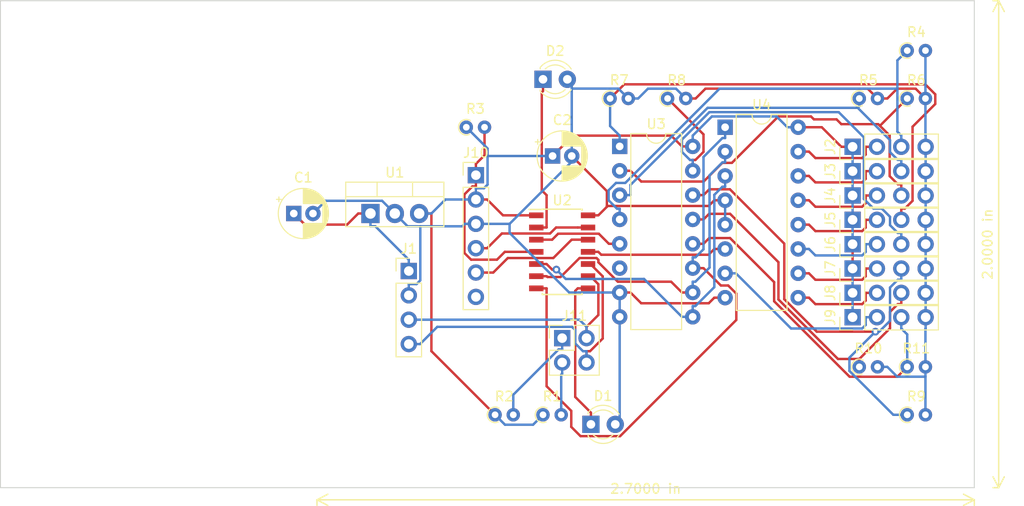
<source format=kicad_pcb>
(kicad_pcb (version 20171130) (host pcbnew "(5.1.0-0)")

  (general
    (thickness 1.6)
    (drawings 6)
    (tracks 410)
    (zones 0)
    (modules 30)
    (nets 36)
  )

  (page A4)
  (layers
    (0 F.Cu signal)
    (31 B.Cu signal)
    (32 B.Adhes user)
    (33 F.Adhes user)
    (34 B.Paste user)
    (35 F.Paste user)
    (36 B.SilkS user)
    (37 F.SilkS user)
    (38 B.Mask user)
    (39 F.Mask user)
    (40 Dwgs.User user)
    (41 Cmts.User user)
    (42 Eco1.User user)
    (43 Eco2.User user)
    (44 Edge.Cuts user)
    (45 Margin user)
    (46 B.CrtYd user)
    (47 F.CrtYd user)
    (48 B.Fab user)
    (49 F.Fab user)
  )

  (setup
    (last_trace_width 0.25)
    (trace_clearance 0.2)
    (zone_clearance 0.508)
    (zone_45_only no)
    (trace_min 0.2)
    (via_size 0.8)
    (via_drill 0.4)
    (via_min_size 0.4)
    (via_min_drill 0.3)
    (uvia_size 0.3)
    (uvia_drill 0.1)
    (uvias_allowed no)
    (uvia_min_size 0.2)
    (uvia_min_drill 0.1)
    (edge_width 0.1)
    (segment_width 0.2)
    (pcb_text_width 0.3)
    (pcb_text_size 1.5 1.5)
    (mod_edge_width 0.15)
    (mod_text_size 1 1)
    (mod_text_width 0.15)
    (pad_size 1.524 1.524)
    (pad_drill 0.762)
    (pad_to_mask_clearance 0)
    (aux_axis_origin 0 0)
    (visible_elements FFFFFF7F)
    (pcbplotparams
      (layerselection 0x010fc_ffffffff)
      (usegerberextensions false)
      (usegerberattributes false)
      (usegerberadvancedattributes false)
      (creategerberjobfile false)
      (excludeedgelayer true)
      (linewidth 0.100000)
      (plotframeref false)
      (viasonmask false)
      (mode 1)
      (useauxorigin false)
      (hpglpennumber 1)
      (hpglpenspeed 20)
      (hpglpendiameter 15.000000)
      (psnegative false)
      (psa4output false)
      (plotreference true)
      (plotvalue true)
      (plotinvisibletext false)
      (padsonsilk false)
      (subtractmaskfromsilk false)
      (outputformat 1)
      (mirror false)
      (drillshape 1)
      (scaleselection 1)
      (outputdirectory ""))
  )

  (net 0 "")
  (net 1 GND)
  (net 2 +12V)
  (net 3 +5V)
  (net 4 "Net-(D1-Pad1)")
  (net 5 "Net-(D2-Pad1)")
  (net 6 "Net-(J1-Pad4)")
  (net 7 "Net-(J1-Pad3)")
  (net 8 "Net-(J2-Pad3)")
  (net 9 "Net-(J2-Pad2)")
  (net 10 "Net-(J3-Pad3)")
  (net 11 "Net-(J3-Pad2)")
  (net 12 "Net-(J4-Pad3)")
  (net 13 "Net-(J4-Pad2)")
  (net 14 "Net-(J5-Pad3)")
  (net 15 "Net-(J5-Pad2)")
  (net 16 "Net-(J6-Pad3)")
  (net 17 "Net-(J6-Pad2)")
  (net 18 "Net-(J7-Pad3)")
  (net 19 "Net-(J7-Pad2)")
  (net 20 "Net-(J8-Pad3)")
  (net 21 "Net-(J8-Pad2)")
  (net 22 "Net-(J9-Pad3)")
  (net 23 "Net-(J9-Pad2)")
  (net 24 "Net-(J10-Pad6)")
  (net 25 "Net-(J10-Pad5)")
  (net 26 "Net-(J10-Pad4)")
  (net 27 "Net-(J10-Pad1)")
  (net 28 "Net-(J11-Pad3)")
  (net 29 "Net-(J11-Pad1)")
  (net 30 "Net-(U2-Pad7)")
  (net 31 "Net-(U2-Pad6)")
  (net 32 "Net-(U2-Pad5)")
  (net 33 "Net-(U2-Pad11)")
  (net 34 "Net-(U2-Pad3)")
  (net 35 "Net-(U3-Pad6)")

  (net_class Default "This is the default net class."
    (clearance 0.2)
    (trace_width 0.25)
    (via_dia 0.8)
    (via_drill 0.4)
    (uvia_dia 0.3)
    (uvia_drill 0.1)
    (add_net +12V)
    (add_net +5V)
    (add_net GND)
    (add_net "Net-(D1-Pad1)")
    (add_net "Net-(D2-Pad1)")
    (add_net "Net-(J1-Pad3)")
    (add_net "Net-(J1-Pad4)")
    (add_net "Net-(J10-Pad1)")
    (add_net "Net-(J10-Pad4)")
    (add_net "Net-(J10-Pad5)")
    (add_net "Net-(J10-Pad6)")
    (add_net "Net-(J11-Pad1)")
    (add_net "Net-(J11-Pad3)")
    (add_net "Net-(J2-Pad2)")
    (add_net "Net-(J2-Pad3)")
    (add_net "Net-(J3-Pad2)")
    (add_net "Net-(J3-Pad3)")
    (add_net "Net-(J4-Pad2)")
    (add_net "Net-(J4-Pad3)")
    (add_net "Net-(J5-Pad2)")
    (add_net "Net-(J5-Pad3)")
    (add_net "Net-(J6-Pad2)")
    (add_net "Net-(J6-Pad3)")
    (add_net "Net-(J7-Pad2)")
    (add_net "Net-(J7-Pad3)")
    (add_net "Net-(J8-Pad2)")
    (add_net "Net-(J8-Pad3)")
    (add_net "Net-(J9-Pad2)")
    (add_net "Net-(J9-Pad3)")
    (add_net "Net-(U2-Pad11)")
    (add_net "Net-(U2-Pad3)")
    (add_net "Net-(U2-Pad5)")
    (add_net "Net-(U2-Pad6)")
    (add_net "Net-(U2-Pad7)")
    (add_net "Net-(U3-Pad6)")
  )

  (module Package_SO:SOIC-14_3.9x8.7mm_P1.27mm placed (layer F.Cu) (tedit 5A02F2D3) (tstamp 5CABB61B)
    (at 211 77)
    (descr "14-Lead Plastic Small Outline (SL) - Narrow, 3.90 mm Body [SOIC] (see Microchip Packaging Specification 00000049BS.pdf)")
    (tags "SOIC 1.27")
    (path /5C9F2E83)
    (attr smd)
    (fp_text reference U2 (at 0 -5.375) (layer F.SilkS)
      (effects (font (size 1 1) (thickness 0.15)))
    )
    (fp_text value PIC16F15323-IP (at 0 5.375) (layer F.Fab)
      (effects (font (size 1 1) (thickness 0.15)))
    )
    (fp_line (start -2.075 -4.425) (end -3.45 -4.425) (layer F.SilkS) (width 0.15))
    (fp_line (start -2.075 4.45) (end 2.075 4.45) (layer F.SilkS) (width 0.15))
    (fp_line (start -2.075 -4.45) (end 2.075 -4.45) (layer F.SilkS) (width 0.15))
    (fp_line (start -2.075 4.45) (end -2.075 4.335) (layer F.SilkS) (width 0.15))
    (fp_line (start 2.075 4.45) (end 2.075 4.335) (layer F.SilkS) (width 0.15))
    (fp_line (start 2.075 -4.45) (end 2.075 -4.335) (layer F.SilkS) (width 0.15))
    (fp_line (start -2.075 -4.45) (end -2.075 -4.425) (layer F.SilkS) (width 0.15))
    (fp_line (start -3.7 4.65) (end 3.7 4.65) (layer F.CrtYd) (width 0.05))
    (fp_line (start -3.7 -4.65) (end 3.7 -4.65) (layer F.CrtYd) (width 0.05))
    (fp_line (start 3.7 -4.65) (end 3.7 4.65) (layer F.CrtYd) (width 0.05))
    (fp_line (start -3.7 -4.65) (end -3.7 4.65) (layer F.CrtYd) (width 0.05))
    (fp_line (start -1.95 -3.35) (end -0.95 -4.35) (layer F.Fab) (width 0.15))
    (fp_line (start -1.95 4.35) (end -1.95 -3.35) (layer F.Fab) (width 0.15))
    (fp_line (start 1.95 4.35) (end -1.95 4.35) (layer F.Fab) (width 0.15))
    (fp_line (start 1.95 -4.35) (end 1.95 4.35) (layer F.Fab) (width 0.15))
    (fp_line (start -0.95 -4.35) (end 1.95 -4.35) (layer F.Fab) (width 0.15))
    (fp_text user %R (at 0 0) (layer F.Fab)
      (effects (font (size 0.9 0.9) (thickness 0.135)))
    )
    (pad 14 smd rect (at 2.7 -3.81) (size 1.5 0.6) (layers F.Cu F.Paste F.Mask)
      (net 1 GND))
    (pad 13 smd rect (at 2.7 -2.54) (size 1.5 0.6) (layers F.Cu F.Paste F.Mask)
      (net 26 "Net-(J10-Pad4)"))
    (pad 12 smd rect (at 2.7 -1.27) (size 1.5 0.6) (layers F.Cu F.Paste F.Mask)
      (net 25 "Net-(J10-Pad5)"))
    (pad 11 smd rect (at 2.7 0) (size 1.5 0.6) (layers F.Cu F.Paste F.Mask)
      (net 33 "Net-(U2-Pad11)"))
    (pad 10 smd rect (at 2.7 1.27) (size 1.5 0.6) (layers F.Cu F.Paste F.Mask)
      (net 6 "Net-(J1-Pad4)"))
    (pad 9 smd rect (at 2.7 2.54) (size 1.5 0.6) (layers F.Cu F.Paste F.Mask)
      (net 7 "Net-(J1-Pad3)"))
    (pad 8 smd rect (at 2.7 3.81) (size 1.5 0.6) (layers F.Cu F.Paste F.Mask)
      (net 4 "Net-(D1-Pad1)"))
    (pad 7 smd rect (at -2.7 3.81) (size 1.5 0.6) (layers F.Cu F.Paste F.Mask)
      (net 30 "Net-(U2-Pad7)"))
    (pad 6 smd rect (at -2.7 2.54) (size 1.5 0.6) (layers F.Cu F.Paste F.Mask)
      (net 31 "Net-(U2-Pad6)"))
    (pad 5 smd rect (at -2.7 1.27) (size 1.5 0.6) (layers F.Cu F.Paste F.Mask)
      (net 32 "Net-(U2-Pad5)"))
    (pad 4 smd rect (at -2.7 0) (size 1.5 0.6) (layers F.Cu F.Paste F.Mask)
      (net 27 "Net-(J10-Pad1)"))
    (pad 3 smd rect (at -2.7 -1.27) (size 1.5 0.6) (layers F.Cu F.Paste F.Mask)
      (net 34 "Net-(U2-Pad3)"))
    (pad 2 smd rect (at -2.7 -2.54) (size 1.5 0.6) (layers F.Cu F.Paste F.Mask)
      (net 5 "Net-(D2-Pad1)"))
    (pad 1 smd rect (at -2.7 -3.81) (size 1.5 0.6) (layers F.Cu F.Paste F.Mask)
      (net 3 +5V))
    (model ${KISYS3DMOD}/Package_SO.3dshapes/SOIC-14_3.9x8.7mm_P1.27mm.wrl
      (at (xyz 0 0 0))
      (scale (xyz 1 1 1))
      (rotate (xyz 0 0 0))
    )
  )

  (module Package_DIP:DIP-16_W7.62mm placed (layer F.Cu) (tedit 5A02E8C5) (tstamp 5CABB663)
    (at 228 64)
    (descr "16-lead though-hole mounted DIP package, row spacing 7.62 mm (300 mils)")
    (tags "THT DIP DIL PDIP 2.54mm 7.62mm 300mil")
    (path /5C9A824C)
    (fp_text reference U4 (at 3.81 -2.33) (layer F.SilkS)
      (effects (font (size 1 1) (thickness 0.15)))
    )
    (fp_text value 74HC238 (at 3.81 20.11) (layer F.Fab)
      (effects (font (size 1 1) (thickness 0.15)))
    )
    (fp_text user %R (at 3.81 8.89) (layer F.Fab)
      (effects (font (size 1 1) (thickness 0.15)))
    )
    (fp_line (start 8.7 -1.55) (end -1.1 -1.55) (layer F.CrtYd) (width 0.05))
    (fp_line (start 8.7 19.3) (end 8.7 -1.55) (layer F.CrtYd) (width 0.05))
    (fp_line (start -1.1 19.3) (end 8.7 19.3) (layer F.CrtYd) (width 0.05))
    (fp_line (start -1.1 -1.55) (end -1.1 19.3) (layer F.CrtYd) (width 0.05))
    (fp_line (start 6.46 -1.33) (end 4.81 -1.33) (layer F.SilkS) (width 0.12))
    (fp_line (start 6.46 19.11) (end 6.46 -1.33) (layer F.SilkS) (width 0.12))
    (fp_line (start 1.16 19.11) (end 6.46 19.11) (layer F.SilkS) (width 0.12))
    (fp_line (start 1.16 -1.33) (end 1.16 19.11) (layer F.SilkS) (width 0.12))
    (fp_line (start 2.81 -1.33) (end 1.16 -1.33) (layer F.SilkS) (width 0.12))
    (fp_line (start 0.635 -0.27) (end 1.635 -1.27) (layer F.Fab) (width 0.1))
    (fp_line (start 0.635 19.05) (end 0.635 -0.27) (layer F.Fab) (width 0.1))
    (fp_line (start 6.985 19.05) (end 0.635 19.05) (layer F.Fab) (width 0.1))
    (fp_line (start 6.985 -1.27) (end 6.985 19.05) (layer F.Fab) (width 0.1))
    (fp_line (start 1.635 -1.27) (end 6.985 -1.27) (layer F.Fab) (width 0.1))
    (fp_arc (start 3.81 -1.33) (end 2.81 -1.33) (angle -180) (layer F.SilkS) (width 0.12))
    (pad 16 thru_hole oval (at 7.62 0) (size 1.6 1.6) (drill 0.8) (layers *.Cu *.Mask)
      (net 3 +5V))
    (pad 8 thru_hole oval (at 0 17.78) (size 1.6 1.6) (drill 0.8) (layers *.Cu *.Mask)
      (net 1 GND))
    (pad 15 thru_hole oval (at 7.62 2.54) (size 1.6 1.6) (drill 0.8) (layers *.Cu *.Mask)
      (net 9 "Net-(J2-Pad2)"))
    (pad 7 thru_hole oval (at 0 15.24) (size 1.6 1.6) (drill 0.8) (layers *.Cu *.Mask)
      (net 23 "Net-(J9-Pad2)"))
    (pad 14 thru_hole oval (at 7.62 5.08) (size 1.6 1.6) (drill 0.8) (layers *.Cu *.Mask)
      (net 11 "Net-(J3-Pad2)"))
    (pad 6 thru_hole oval (at 0 12.7) (size 1.6 1.6) (drill 0.8) (layers *.Cu *.Mask)
      (net 33 "Net-(U2-Pad11)"))
    (pad 13 thru_hole oval (at 7.62 7.62) (size 1.6 1.6) (drill 0.8) (layers *.Cu *.Mask)
      (net 13 "Net-(J4-Pad2)"))
    (pad 5 thru_hole oval (at 0 10.16) (size 1.6 1.6) (drill 0.8) (layers *.Cu *.Mask)
      (net 1 GND))
    (pad 12 thru_hole oval (at 7.62 10.16) (size 1.6 1.6) (drill 0.8) (layers *.Cu *.Mask)
      (net 15 "Net-(J5-Pad2)"))
    (pad 4 thru_hole oval (at 0 7.62) (size 1.6 1.6) (drill 0.8) (layers *.Cu *.Mask)
      (net 1 GND))
    (pad 11 thru_hole oval (at 7.62 12.7) (size 1.6 1.6) (drill 0.8) (layers *.Cu *.Mask)
      (net 17 "Net-(J6-Pad2)"))
    (pad 3 thru_hole oval (at 0 5.08) (size 1.6 1.6) (drill 0.8) (layers *.Cu *.Mask)
      (net 32 "Net-(U2-Pad5)"))
    (pad 10 thru_hole oval (at 7.62 15.24) (size 1.6 1.6) (drill 0.8) (layers *.Cu *.Mask)
      (net 19 "Net-(J7-Pad2)"))
    (pad 2 thru_hole oval (at 0 2.54) (size 1.6 1.6) (drill 0.8) (layers *.Cu *.Mask)
      (net 31 "Net-(U2-Pad6)"))
    (pad 9 thru_hole oval (at 7.62 17.78) (size 1.6 1.6) (drill 0.8) (layers *.Cu *.Mask)
      (net 21 "Net-(J8-Pad2)"))
    (pad 1 thru_hole rect (at 0 0) (size 1.6 1.6) (drill 0.8) (layers *.Cu *.Mask)
      (net 30 "Net-(U2-Pad7)"))
    (model ${KISYS3DMOD}/Package_DIP.3dshapes/DIP-16_W7.62mm.wrl
      (at (xyz 0 0 0))
      (scale (xyz 1 1 1))
      (rotate (xyz 0 0 0))
    )
  )

  (module Package_DIP:DIP-16_W7.62mm placed (layer F.Cu) (tedit 5A02E8C5) (tstamp 5CABB63F)
    (at 217 66)
    (descr "16-lead though-hole mounted DIP package, row spacing 7.62 mm (300 mils)")
    (tags "THT DIP DIL PDIP 2.54mm 7.62mm 300mil")
    (path /5C977B06)
    (fp_text reference U3 (at 3.81 -2.33) (layer F.SilkS)
      (effects (font (size 1 1) (thickness 0.15)))
    )
    (fp_text value 74LS251 (at 3.81 20.11) (layer F.Fab)
      (effects (font (size 1 1) (thickness 0.15)))
    )
    (fp_text user %R (at 3.81 8.89) (layer F.Fab)
      (effects (font (size 1 1) (thickness 0.15)))
    )
    (fp_line (start 8.7 -1.55) (end -1.1 -1.55) (layer F.CrtYd) (width 0.05))
    (fp_line (start 8.7 19.3) (end 8.7 -1.55) (layer F.CrtYd) (width 0.05))
    (fp_line (start -1.1 19.3) (end 8.7 19.3) (layer F.CrtYd) (width 0.05))
    (fp_line (start -1.1 -1.55) (end -1.1 19.3) (layer F.CrtYd) (width 0.05))
    (fp_line (start 6.46 -1.33) (end 4.81 -1.33) (layer F.SilkS) (width 0.12))
    (fp_line (start 6.46 19.11) (end 6.46 -1.33) (layer F.SilkS) (width 0.12))
    (fp_line (start 1.16 19.11) (end 6.46 19.11) (layer F.SilkS) (width 0.12))
    (fp_line (start 1.16 -1.33) (end 1.16 19.11) (layer F.SilkS) (width 0.12))
    (fp_line (start 2.81 -1.33) (end 1.16 -1.33) (layer F.SilkS) (width 0.12))
    (fp_line (start 0.635 -0.27) (end 1.635 -1.27) (layer F.Fab) (width 0.1))
    (fp_line (start 0.635 19.05) (end 0.635 -0.27) (layer F.Fab) (width 0.1))
    (fp_line (start 6.985 19.05) (end 0.635 19.05) (layer F.Fab) (width 0.1))
    (fp_line (start 6.985 -1.27) (end 6.985 19.05) (layer F.Fab) (width 0.1))
    (fp_line (start 1.635 -1.27) (end 6.985 -1.27) (layer F.Fab) (width 0.1))
    (fp_arc (start 3.81 -1.33) (end 2.81 -1.33) (angle -180) (layer F.SilkS) (width 0.12))
    (pad 16 thru_hole oval (at 7.62 0) (size 1.6 1.6) (drill 0.8) (layers *.Cu *.Mask)
      (net 3 +5V))
    (pad 8 thru_hole oval (at 0 17.78) (size 1.6 1.6) (drill 0.8) (layers *.Cu *.Mask)
      (net 1 GND))
    (pad 15 thru_hole oval (at 7.62 2.54) (size 1.6 1.6) (drill 0.8) (layers *.Cu *.Mask)
      (net 16 "Net-(J6-Pad3)"))
    (pad 7 thru_hole oval (at 0 15.24) (size 1.6 1.6) (drill 0.8) (layers *.Cu *.Mask)
      (net 1 GND))
    (pad 14 thru_hole oval (at 7.62 5.08) (size 1.6 1.6) (drill 0.8) (layers *.Cu *.Mask)
      (net 18 "Net-(J7-Pad3)"))
    (pad 6 thru_hole oval (at 0 12.7) (size 1.6 1.6) (drill 0.8) (layers *.Cu *.Mask)
      (net 35 "Net-(U3-Pad6)"))
    (pad 13 thru_hole oval (at 7.62 7.62) (size 1.6 1.6) (drill 0.8) (layers *.Cu *.Mask)
      (net 20 "Net-(J8-Pad3)"))
    (pad 5 thru_hole oval (at 0 10.16) (size 1.6 1.6) (drill 0.8) (layers *.Cu *.Mask)
      (net 34 "Net-(U2-Pad3)"))
    (pad 12 thru_hole oval (at 7.62 10.16) (size 1.6 1.6) (drill 0.8) (layers *.Cu *.Mask)
      (net 22 "Net-(J9-Pad3)"))
    (pad 4 thru_hole oval (at 0 7.62) (size 1.6 1.6) (drill 0.8) (layers *.Cu *.Mask)
      (net 8 "Net-(J2-Pad3)"))
    (pad 11 thru_hole oval (at 7.62 12.7) (size 1.6 1.6) (drill 0.8) (layers *.Cu *.Mask)
      (net 30 "Net-(U2-Pad7)"))
    (pad 3 thru_hole oval (at 0 5.08) (size 1.6 1.6) (drill 0.8) (layers *.Cu *.Mask)
      (net 10 "Net-(J3-Pad3)"))
    (pad 10 thru_hole oval (at 7.62 15.24) (size 1.6 1.6) (drill 0.8) (layers *.Cu *.Mask)
      (net 31 "Net-(U2-Pad6)"))
    (pad 2 thru_hole oval (at 0 2.54) (size 1.6 1.6) (drill 0.8) (layers *.Cu *.Mask)
      (net 12 "Net-(J4-Pad3)"))
    (pad 9 thru_hole oval (at 7.62 17.78) (size 1.6 1.6) (drill 0.8) (layers *.Cu *.Mask)
      (net 32 "Net-(U2-Pad5)"))
    (pad 1 thru_hole rect (at 0 0) (size 1.6 1.6) (drill 0.8) (layers *.Cu *.Mask)
      (net 14 "Net-(J5-Pad3)"))
    (model ${KISYS3DMOD}/Package_DIP.3dshapes/DIP-16_W7.62mm.wrl
      (at (xyz 0 0 0))
      (scale (xyz 1 1 1))
      (rotate (xyz 0 0 0))
    )
  )

  (module Package_TO_SOT_THT:TO-220-3_Vertical placed (layer F.Cu) (tedit 5AC8BA0D) (tstamp 5CABB5F9)
    (at 191 73)
    (descr "TO-220-3, Vertical, RM 2.54mm, see https://www.vishay.com/docs/66542/to-220-1.pdf")
    (tags "TO-220-3 Vertical RM 2.54mm")
    (path /5C97B5F5)
    (fp_text reference U1 (at 2.54 -4.27) (layer F.SilkS)
      (effects (font (size 1 1) (thickness 0.15)))
    )
    (fp_text value L7805 (at 2.54 2.5) (layer F.Fab)
      (effects (font (size 1 1) (thickness 0.15)))
    )
    (fp_text user %R (at 2.54 -4.27) (layer F.Fab)
      (effects (font (size 1 1) (thickness 0.15)))
    )
    (fp_line (start 7.79 -3.4) (end -2.71 -3.4) (layer F.CrtYd) (width 0.05))
    (fp_line (start 7.79 1.51) (end 7.79 -3.4) (layer F.CrtYd) (width 0.05))
    (fp_line (start -2.71 1.51) (end 7.79 1.51) (layer F.CrtYd) (width 0.05))
    (fp_line (start -2.71 -3.4) (end -2.71 1.51) (layer F.CrtYd) (width 0.05))
    (fp_line (start 4.391 -3.27) (end 4.391 -1.76) (layer F.SilkS) (width 0.12))
    (fp_line (start 0.69 -3.27) (end 0.69 -1.76) (layer F.SilkS) (width 0.12))
    (fp_line (start -2.58 -1.76) (end 7.66 -1.76) (layer F.SilkS) (width 0.12))
    (fp_line (start 7.66 -3.27) (end 7.66 1.371) (layer F.SilkS) (width 0.12))
    (fp_line (start -2.58 -3.27) (end -2.58 1.371) (layer F.SilkS) (width 0.12))
    (fp_line (start -2.58 1.371) (end 7.66 1.371) (layer F.SilkS) (width 0.12))
    (fp_line (start -2.58 -3.27) (end 7.66 -3.27) (layer F.SilkS) (width 0.12))
    (fp_line (start 4.39 -3.15) (end 4.39 -1.88) (layer F.Fab) (width 0.1))
    (fp_line (start 0.69 -3.15) (end 0.69 -1.88) (layer F.Fab) (width 0.1))
    (fp_line (start -2.46 -1.88) (end 7.54 -1.88) (layer F.Fab) (width 0.1))
    (fp_line (start 7.54 -3.15) (end -2.46 -3.15) (layer F.Fab) (width 0.1))
    (fp_line (start 7.54 1.25) (end 7.54 -3.15) (layer F.Fab) (width 0.1))
    (fp_line (start -2.46 1.25) (end 7.54 1.25) (layer F.Fab) (width 0.1))
    (fp_line (start -2.46 -3.15) (end -2.46 1.25) (layer F.Fab) (width 0.1))
    (pad 3 thru_hole oval (at 5.08 0) (size 1.905 2) (drill 1.1) (layers *.Cu *.Mask)
      (net 3 +5V))
    (pad 2 thru_hole oval (at 2.54 0) (size 1.905 2) (drill 1.1) (layers *.Cu *.Mask)
      (net 1 GND))
    (pad 1 thru_hole rect (at 0 0) (size 1.905 2) (drill 1.1) (layers *.Cu *.Mask)
      (net 2 +12V))
    (model ${KISYS3DMOD}/Package_TO_SOT_THT.3dshapes/TO-220-3_Vertical.wrl
      (at (xyz 0 0 0))
      (scale (xyz 1 1 1))
      (rotate (xyz 0 0 0))
    )
  )

  (module Resistor_THT:R_Axial_DIN0204_L3.6mm_D1.6mm_P1.90mm_Vertical placed (layer F.Cu) (tedit 5AE5139B) (tstamp 5CABB5DF)
    (at 247 89)
    (descr "Resistor, Axial_DIN0204 series, Axial, Vertical, pin pitch=1.9mm, 0.167W, length*diameter=3.6*1.6mm^2, http://cdn-reichelt.de/documents/datenblatt/B400/1_4W%23YAG.pdf")
    (tags "Resistor Axial_DIN0204 series Axial Vertical pin pitch 1.9mm 0.167W length 3.6mm diameter 1.6mm")
    (path /5CB9E4E4)
    (fp_text reference R11 (at 0.95 -1.92) (layer F.SilkS)
      (effects (font (size 1 1) (thickness 0.15)))
    )
    (fp_text value 10k (at 0.95 1.92) (layer F.Fab)
      (effects (font (size 1 1) (thickness 0.15)))
    )
    (fp_text user %R (at 0.95 -1.92) (layer F.Fab)
      (effects (font (size 1 1) (thickness 0.15)))
    )
    (fp_line (start 2.86 -1.05) (end -1.05 -1.05) (layer F.CrtYd) (width 0.05))
    (fp_line (start 2.86 1.05) (end 2.86 -1.05) (layer F.CrtYd) (width 0.05))
    (fp_line (start -1.05 1.05) (end 2.86 1.05) (layer F.CrtYd) (width 0.05))
    (fp_line (start -1.05 -1.05) (end -1.05 1.05) (layer F.CrtYd) (width 0.05))
    (fp_line (start 0 0) (end 1.9 0) (layer F.Fab) (width 0.1))
    (fp_circle (center 0 0) (end 0.8 0) (layer F.Fab) (width 0.1))
    (fp_arc (start 0 0) (end 0.417133 -0.7) (angle -233.92106) (layer F.SilkS) (width 0.12))
    (pad 2 thru_hole oval (at 1.9 0) (size 1.4 1.4) (drill 0.7) (layers *.Cu *.Mask)
      (net 1 GND))
    (pad 1 thru_hole circle (at 0 0) (size 1.4 1.4) (drill 0.7) (layers *.Cu *.Mask)
      (net 22 "Net-(J9-Pad3)"))
    (model ${KISYS3DMOD}/Resistor_THT.3dshapes/R_Axial_DIN0204_L3.6mm_D1.6mm_P1.90mm_Vertical.wrl
      (at (xyz 0 0 0))
      (scale (xyz 1 1 1))
      (rotate (xyz 0 0 0))
    )
  )

  (module Resistor_THT:R_Axial_DIN0204_L3.6mm_D1.6mm_P1.90mm_Vertical placed (layer F.Cu) (tedit 5AE5139B) (tstamp 5CABB5D1)
    (at 242 89)
    (descr "Resistor, Axial_DIN0204 series, Axial, Vertical, pin pitch=1.9mm, 0.167W, length*diameter=3.6*1.6mm^2, http://cdn-reichelt.de/documents/datenblatt/B400/1_4W%23YAG.pdf")
    (tags "Resistor Axial_DIN0204 series Axial Vertical pin pitch 1.9mm 0.167W length 3.6mm diameter 1.6mm")
    (path /5CB9299F)
    (fp_text reference R10 (at 0.95 -1.92) (layer F.SilkS)
      (effects (font (size 1 1) (thickness 0.15)))
    )
    (fp_text value 10k (at 0.95 1.92) (layer F.Fab)
      (effects (font (size 1 1) (thickness 0.15)))
    )
    (fp_text user %R (at 0.95 -1.92) (layer F.Fab)
      (effects (font (size 1 1) (thickness 0.15)))
    )
    (fp_line (start 2.86 -1.05) (end -1.05 -1.05) (layer F.CrtYd) (width 0.05))
    (fp_line (start 2.86 1.05) (end 2.86 -1.05) (layer F.CrtYd) (width 0.05))
    (fp_line (start -1.05 1.05) (end 2.86 1.05) (layer F.CrtYd) (width 0.05))
    (fp_line (start -1.05 -1.05) (end -1.05 1.05) (layer F.CrtYd) (width 0.05))
    (fp_line (start 0 0) (end 1.9 0) (layer F.Fab) (width 0.1))
    (fp_circle (center 0 0) (end 0.8 0) (layer F.Fab) (width 0.1))
    (fp_arc (start 0 0) (end 0.417133 -0.7) (angle -233.92106) (layer F.SilkS) (width 0.12))
    (pad 2 thru_hole oval (at 1.9 0) (size 1.4 1.4) (drill 0.7) (layers *.Cu *.Mask)
      (net 1 GND))
    (pad 1 thru_hole circle (at 0 0) (size 1.4 1.4) (drill 0.7) (layers *.Cu *.Mask)
      (net 20 "Net-(J8-Pad3)"))
    (model ${KISYS3DMOD}/Resistor_THT.3dshapes/R_Axial_DIN0204_L3.6mm_D1.6mm_P1.90mm_Vertical.wrl
      (at (xyz 0 0 0))
      (scale (xyz 1 1 1))
      (rotate (xyz 0 0 0))
    )
  )

  (module Resistor_THT:R_Axial_DIN0204_L3.6mm_D1.6mm_P1.90mm_Vertical placed (layer F.Cu) (tedit 5AE5139B) (tstamp 5CABB5C3)
    (at 247 94)
    (descr "Resistor, Axial_DIN0204 series, Axial, Vertical, pin pitch=1.9mm, 0.167W, length*diameter=3.6*1.6mm^2, http://cdn-reichelt.de/documents/datenblatt/B400/1_4W%23YAG.pdf")
    (tags "Resistor Axial_DIN0204 series Axial Vertical pin pitch 1.9mm 0.167W length 3.6mm diameter 1.6mm")
    (path /5CB91EE6)
    (fp_text reference R9 (at 0.95 -1.92) (layer F.SilkS)
      (effects (font (size 1 1) (thickness 0.15)))
    )
    (fp_text value 10k (at 0.95 1.92) (layer F.Fab)
      (effects (font (size 1 1) (thickness 0.15)))
    )
    (fp_text user %R (at 0.95 -1.92) (layer F.Fab)
      (effects (font (size 1 1) (thickness 0.15)))
    )
    (fp_line (start 2.86 -1.05) (end -1.05 -1.05) (layer F.CrtYd) (width 0.05))
    (fp_line (start 2.86 1.05) (end 2.86 -1.05) (layer F.CrtYd) (width 0.05))
    (fp_line (start -1.05 1.05) (end 2.86 1.05) (layer F.CrtYd) (width 0.05))
    (fp_line (start -1.05 -1.05) (end -1.05 1.05) (layer F.CrtYd) (width 0.05))
    (fp_line (start 0 0) (end 1.9 0) (layer F.Fab) (width 0.1))
    (fp_circle (center 0 0) (end 0.8 0) (layer F.Fab) (width 0.1))
    (fp_arc (start 0 0) (end 0.417133 -0.7) (angle -233.92106) (layer F.SilkS) (width 0.12))
    (pad 2 thru_hole oval (at 1.9 0) (size 1.4 1.4) (drill 0.7) (layers *.Cu *.Mask)
      (net 1 GND))
    (pad 1 thru_hole circle (at 0 0) (size 1.4 1.4) (drill 0.7) (layers *.Cu *.Mask)
      (net 18 "Net-(J7-Pad3)"))
    (model ${KISYS3DMOD}/Resistor_THT.3dshapes/R_Axial_DIN0204_L3.6mm_D1.6mm_P1.90mm_Vertical.wrl
      (at (xyz 0 0 0))
      (scale (xyz 1 1 1))
      (rotate (xyz 0 0 0))
    )
  )

  (module Resistor_THT:R_Axial_DIN0204_L3.6mm_D1.6mm_P1.90mm_Vertical placed (layer F.Cu) (tedit 5AE5139B) (tstamp 5CABB5B5)
    (at 222 61)
    (descr "Resistor, Axial_DIN0204 series, Axial, Vertical, pin pitch=1.9mm, 0.167W, length*diameter=3.6*1.6mm^2, http://cdn-reichelt.de/documents/datenblatt/B400/1_4W%23YAG.pdf")
    (tags "Resistor Axial_DIN0204 series Axial Vertical pin pitch 1.9mm 0.167W length 3.6mm diameter 1.6mm")
    (path /5CB9194E)
    (fp_text reference R8 (at 0.95 -1.92) (layer F.SilkS)
      (effects (font (size 1 1) (thickness 0.15)))
    )
    (fp_text value 10k (at 0.95 1.92) (layer F.Fab)
      (effects (font (size 1 1) (thickness 0.15)))
    )
    (fp_text user %R (at 0.95 -1.92) (layer F.Fab)
      (effects (font (size 1 1) (thickness 0.15)))
    )
    (fp_line (start 2.86 -1.05) (end -1.05 -1.05) (layer F.CrtYd) (width 0.05))
    (fp_line (start 2.86 1.05) (end 2.86 -1.05) (layer F.CrtYd) (width 0.05))
    (fp_line (start -1.05 1.05) (end 2.86 1.05) (layer F.CrtYd) (width 0.05))
    (fp_line (start -1.05 -1.05) (end -1.05 1.05) (layer F.CrtYd) (width 0.05))
    (fp_line (start 0 0) (end 1.9 0) (layer F.Fab) (width 0.1))
    (fp_circle (center 0 0) (end 0.8 0) (layer F.Fab) (width 0.1))
    (fp_arc (start 0 0) (end 0.417133 -0.7) (angle -233.92106) (layer F.SilkS) (width 0.12))
    (pad 2 thru_hole oval (at 1.9 0) (size 1.4 1.4) (drill 0.7) (layers *.Cu *.Mask)
      (net 1 GND))
    (pad 1 thru_hole circle (at 0 0) (size 1.4 1.4) (drill 0.7) (layers *.Cu *.Mask)
      (net 16 "Net-(J6-Pad3)"))
    (model ${KISYS3DMOD}/Resistor_THT.3dshapes/R_Axial_DIN0204_L3.6mm_D1.6mm_P1.90mm_Vertical.wrl
      (at (xyz 0 0 0))
      (scale (xyz 1 1 1))
      (rotate (xyz 0 0 0))
    )
  )

  (module Resistor_THT:R_Axial_DIN0204_L3.6mm_D1.6mm_P1.90mm_Vertical placed (layer F.Cu) (tedit 5AE5139B) (tstamp 5CABB5A7)
    (at 216 61)
    (descr "Resistor, Axial_DIN0204 series, Axial, Vertical, pin pitch=1.9mm, 0.167W, length*diameter=3.6*1.6mm^2, http://cdn-reichelt.de/documents/datenblatt/B400/1_4W%23YAG.pdf")
    (tags "Resistor Axial_DIN0204 series Axial Vertical pin pitch 1.9mm 0.167W length 3.6mm diameter 1.6mm")
    (path /5CB38471)
    (fp_text reference R7 (at 0.95 -1.92) (layer F.SilkS)
      (effects (font (size 1 1) (thickness 0.15)))
    )
    (fp_text value 10k (at 0.95 1.92) (layer F.Fab)
      (effects (font (size 1 1) (thickness 0.15)))
    )
    (fp_text user %R (at 0.95 -1.92) (layer F.Fab)
      (effects (font (size 1 1) (thickness 0.15)))
    )
    (fp_line (start 2.86 -1.05) (end -1.05 -1.05) (layer F.CrtYd) (width 0.05))
    (fp_line (start 2.86 1.05) (end 2.86 -1.05) (layer F.CrtYd) (width 0.05))
    (fp_line (start -1.05 1.05) (end 2.86 1.05) (layer F.CrtYd) (width 0.05))
    (fp_line (start -1.05 -1.05) (end -1.05 1.05) (layer F.CrtYd) (width 0.05))
    (fp_line (start 0 0) (end 1.9 0) (layer F.Fab) (width 0.1))
    (fp_circle (center 0 0) (end 0.8 0) (layer F.Fab) (width 0.1))
    (fp_arc (start 0 0) (end 0.417133 -0.7) (angle -233.92106) (layer F.SilkS) (width 0.12))
    (pad 2 thru_hole oval (at 1.9 0) (size 1.4 1.4) (drill 0.7) (layers *.Cu *.Mask)
      (net 1 GND))
    (pad 1 thru_hole circle (at 0 0) (size 1.4 1.4) (drill 0.7) (layers *.Cu *.Mask)
      (net 14 "Net-(J5-Pad3)"))
    (model ${KISYS3DMOD}/Resistor_THT.3dshapes/R_Axial_DIN0204_L3.6mm_D1.6mm_P1.90mm_Vertical.wrl
      (at (xyz 0 0 0))
      (scale (xyz 1 1 1))
      (rotate (xyz 0 0 0))
    )
  )

  (module Resistor_THT:R_Axial_DIN0204_L3.6mm_D1.6mm_P1.90mm_Vertical placed (layer F.Cu) (tedit 5AE5139B) (tstamp 5CABB599)
    (at 247 61)
    (descr "Resistor, Axial_DIN0204 series, Axial, Vertical, pin pitch=1.9mm, 0.167W, length*diameter=3.6*1.6mm^2, http://cdn-reichelt.de/documents/datenblatt/B400/1_4W%23YAG.pdf")
    (tags "Resistor Axial_DIN0204 series Axial Vertical pin pitch 1.9mm 0.167W length 3.6mm diameter 1.6mm")
    (path /5CB37BF9)
    (fp_text reference R6 (at 0.95 -1.92) (layer F.SilkS)
      (effects (font (size 1 1) (thickness 0.15)))
    )
    (fp_text value 10k (at 0.95 1.92) (layer F.Fab)
      (effects (font (size 1 1) (thickness 0.15)))
    )
    (fp_text user %R (at 0.95 -1.92) (layer F.Fab)
      (effects (font (size 1 1) (thickness 0.15)))
    )
    (fp_line (start 2.86 -1.05) (end -1.05 -1.05) (layer F.CrtYd) (width 0.05))
    (fp_line (start 2.86 1.05) (end 2.86 -1.05) (layer F.CrtYd) (width 0.05))
    (fp_line (start -1.05 1.05) (end 2.86 1.05) (layer F.CrtYd) (width 0.05))
    (fp_line (start -1.05 -1.05) (end -1.05 1.05) (layer F.CrtYd) (width 0.05))
    (fp_line (start 0 0) (end 1.9 0) (layer F.Fab) (width 0.1))
    (fp_circle (center 0 0) (end 0.8 0) (layer F.Fab) (width 0.1))
    (fp_arc (start 0 0) (end 0.417133 -0.7) (angle -233.92106) (layer F.SilkS) (width 0.12))
    (pad 2 thru_hole oval (at 1.9 0) (size 1.4 1.4) (drill 0.7) (layers *.Cu *.Mask)
      (net 1 GND))
    (pad 1 thru_hole circle (at 0 0) (size 1.4 1.4) (drill 0.7) (layers *.Cu *.Mask)
      (net 12 "Net-(J4-Pad3)"))
    (model ${KISYS3DMOD}/Resistor_THT.3dshapes/R_Axial_DIN0204_L3.6mm_D1.6mm_P1.90mm_Vertical.wrl
      (at (xyz 0 0 0))
      (scale (xyz 1 1 1))
      (rotate (xyz 0 0 0))
    )
  )

  (module Resistor_THT:R_Axial_DIN0204_L3.6mm_D1.6mm_P1.90mm_Vertical placed (layer F.Cu) (tedit 5AE5139B) (tstamp 5CABB58B)
    (at 242 61)
    (descr "Resistor, Axial_DIN0204 series, Axial, Vertical, pin pitch=1.9mm, 0.167W, length*diameter=3.6*1.6mm^2, http://cdn-reichelt.de/documents/datenblatt/B400/1_4W%23YAG.pdf")
    (tags "Resistor Axial_DIN0204 series Axial Vertical pin pitch 1.9mm 0.167W length 3.6mm diameter 1.6mm")
    (path /5CB370DB)
    (fp_text reference R5 (at 0.95 -1.92) (layer F.SilkS)
      (effects (font (size 1 1) (thickness 0.15)))
    )
    (fp_text value 10k (at 0.95 1.92) (layer F.Fab)
      (effects (font (size 1 1) (thickness 0.15)))
    )
    (fp_text user %R (at 0.95 -1.92) (layer F.Fab)
      (effects (font (size 1 1) (thickness 0.15)))
    )
    (fp_line (start 2.86 -1.05) (end -1.05 -1.05) (layer F.CrtYd) (width 0.05))
    (fp_line (start 2.86 1.05) (end 2.86 -1.05) (layer F.CrtYd) (width 0.05))
    (fp_line (start -1.05 1.05) (end 2.86 1.05) (layer F.CrtYd) (width 0.05))
    (fp_line (start -1.05 -1.05) (end -1.05 1.05) (layer F.CrtYd) (width 0.05))
    (fp_line (start 0 0) (end 1.9 0) (layer F.Fab) (width 0.1))
    (fp_circle (center 0 0) (end 0.8 0) (layer F.Fab) (width 0.1))
    (fp_arc (start 0 0) (end 0.417133 -0.7) (angle -233.92106) (layer F.SilkS) (width 0.12))
    (pad 2 thru_hole oval (at 1.9 0) (size 1.4 1.4) (drill 0.7) (layers *.Cu *.Mask)
      (net 1 GND))
    (pad 1 thru_hole circle (at 0 0) (size 1.4 1.4) (drill 0.7) (layers *.Cu *.Mask)
      (net 10 "Net-(J3-Pad3)"))
    (model ${KISYS3DMOD}/Resistor_THT.3dshapes/R_Axial_DIN0204_L3.6mm_D1.6mm_P1.90mm_Vertical.wrl
      (at (xyz 0 0 0))
      (scale (xyz 1 1 1))
      (rotate (xyz 0 0 0))
    )
  )

  (module Resistor_THT:R_Axial_DIN0204_L3.6mm_D1.6mm_P1.90mm_Vertical placed (layer F.Cu) (tedit 5AE5139B) (tstamp 5CABB57D)
    (at 247 56)
    (descr "Resistor, Axial_DIN0204 series, Axial, Vertical, pin pitch=1.9mm, 0.167W, length*diameter=3.6*1.6mm^2, http://cdn-reichelt.de/documents/datenblatt/B400/1_4W%23YAG.pdf")
    (tags "Resistor Axial_DIN0204 series Axial Vertical pin pitch 1.9mm 0.167W length 3.6mm diameter 1.6mm")
    (path /5CB36306)
    (fp_text reference R4 (at 0.95 -1.92) (layer F.SilkS)
      (effects (font (size 1 1) (thickness 0.15)))
    )
    (fp_text value 10k (at 0.95 1.92) (layer F.Fab)
      (effects (font (size 1 1) (thickness 0.15)))
    )
    (fp_text user %R (at 0.95 -1.92) (layer F.Fab)
      (effects (font (size 1 1) (thickness 0.15)))
    )
    (fp_line (start 2.86 -1.05) (end -1.05 -1.05) (layer F.CrtYd) (width 0.05))
    (fp_line (start 2.86 1.05) (end 2.86 -1.05) (layer F.CrtYd) (width 0.05))
    (fp_line (start -1.05 1.05) (end 2.86 1.05) (layer F.CrtYd) (width 0.05))
    (fp_line (start -1.05 -1.05) (end -1.05 1.05) (layer F.CrtYd) (width 0.05))
    (fp_line (start 0 0) (end 1.9 0) (layer F.Fab) (width 0.1))
    (fp_circle (center 0 0) (end 0.8 0) (layer F.Fab) (width 0.1))
    (fp_arc (start 0 0) (end 0.417133 -0.7) (angle -233.92106) (layer F.SilkS) (width 0.12))
    (pad 2 thru_hole oval (at 1.9 0) (size 1.4 1.4) (drill 0.7) (layers *.Cu *.Mask)
      (net 1 GND))
    (pad 1 thru_hole circle (at 0 0) (size 1.4 1.4) (drill 0.7) (layers *.Cu *.Mask)
      (net 8 "Net-(J2-Pad3)"))
    (model ${KISYS3DMOD}/Resistor_THT.3dshapes/R_Axial_DIN0204_L3.6mm_D1.6mm_P1.90mm_Vertical.wrl
      (at (xyz 0 0 0))
      (scale (xyz 1 1 1))
      (rotate (xyz 0 0 0))
    )
  )

  (module Resistor_THT:R_Axial_DIN0204_L3.6mm_D1.6mm_P1.90mm_Vertical placed (layer F.Cu) (tedit 5AE5139B) (tstamp 5CABB56F)
    (at 201 64)
    (descr "Resistor, Axial_DIN0204 series, Axial, Vertical, pin pitch=1.9mm, 0.167W, length*diameter=3.6*1.6mm^2, http://cdn-reichelt.de/documents/datenblatt/B400/1_4W%23YAG.pdf")
    (tags "Resistor Axial_DIN0204 series Axial Vertical pin pitch 1.9mm 0.167W length 3.6mm diameter 1.6mm")
    (path /5CA8511D)
    (fp_text reference R3 (at 0.95 -1.92) (layer F.SilkS)
      (effects (font (size 1 1) (thickness 0.15)))
    )
    (fp_text value 10k (at 0.95 1.92) (layer F.Fab)
      (effects (font (size 1 1) (thickness 0.15)))
    )
    (fp_text user %R (at 0.95 -1.92) (layer F.Fab)
      (effects (font (size 1 1) (thickness 0.15)))
    )
    (fp_line (start 2.86 -1.05) (end -1.05 -1.05) (layer F.CrtYd) (width 0.05))
    (fp_line (start 2.86 1.05) (end 2.86 -1.05) (layer F.CrtYd) (width 0.05))
    (fp_line (start -1.05 1.05) (end 2.86 1.05) (layer F.CrtYd) (width 0.05))
    (fp_line (start -1.05 -1.05) (end -1.05 1.05) (layer F.CrtYd) (width 0.05))
    (fp_line (start 0 0) (end 1.9 0) (layer F.Fab) (width 0.1))
    (fp_circle (center 0 0) (end 0.8 0) (layer F.Fab) (width 0.1))
    (fp_arc (start 0 0) (end 0.417133 -0.7) (angle -233.92106) (layer F.SilkS) (width 0.12))
    (pad 2 thru_hole oval (at 1.9 0) (size 1.4 1.4) (drill 0.7) (layers *.Cu *.Mask)
      (net 27 "Net-(J10-Pad1)"))
    (pad 1 thru_hole circle (at 0 0) (size 1.4 1.4) (drill 0.7) (layers *.Cu *.Mask)
      (net 3 +5V))
    (model ${KISYS3DMOD}/Resistor_THT.3dshapes/R_Axial_DIN0204_L3.6mm_D1.6mm_P1.90mm_Vertical.wrl
      (at (xyz 0 0 0))
      (scale (xyz 1 1 1))
      (rotate (xyz 0 0 0))
    )
  )

  (module Resistor_THT:R_Axial_DIN0204_L3.6mm_D1.6mm_P1.90mm_Vertical placed (layer F.Cu) (tedit 5AE5139B) (tstamp 5CABB561)
    (at 204 94)
    (descr "Resistor, Axial_DIN0204 series, Axial, Vertical, pin pitch=1.9mm, 0.167W, length*diameter=3.6*1.6mm^2, http://cdn-reichelt.de/documents/datenblatt/B400/1_4W%23YAG.pdf")
    (tags "Resistor Axial_DIN0204 series Axial Vertical pin pitch 1.9mm 0.167W length 3.6mm diameter 1.6mm")
    (path /5CA9B12A)
    (fp_text reference R2 (at 0.95 -1.92) (layer F.SilkS)
      (effects (font (size 1 1) (thickness 0.15)))
    )
    (fp_text value 4.7k (at 0.95 1.92) (layer F.Fab)
      (effects (font (size 1 1) (thickness 0.15)))
    )
    (fp_text user %R (at 0.95 -1.92) (layer F.Fab)
      (effects (font (size 1 1) (thickness 0.15)))
    )
    (fp_line (start 2.86 -1.05) (end -1.05 -1.05) (layer F.CrtYd) (width 0.05))
    (fp_line (start 2.86 1.05) (end 2.86 -1.05) (layer F.CrtYd) (width 0.05))
    (fp_line (start -1.05 1.05) (end 2.86 1.05) (layer F.CrtYd) (width 0.05))
    (fp_line (start -1.05 -1.05) (end -1.05 1.05) (layer F.CrtYd) (width 0.05))
    (fp_line (start 0 0) (end 1.9 0) (layer F.Fab) (width 0.1))
    (fp_circle (center 0 0) (end 0.8 0) (layer F.Fab) (width 0.1))
    (fp_arc (start 0 0) (end 0.417133 -0.7) (angle -233.92106) (layer F.SilkS) (width 0.12))
    (pad 2 thru_hole oval (at 1.9 0) (size 1.4 1.4) (drill 0.7) (layers *.Cu *.Mask)
      (net 29 "Net-(J11-Pad1)"))
    (pad 1 thru_hole circle (at 0 0) (size 1.4 1.4) (drill 0.7) (layers *.Cu *.Mask)
      (net 3 +5V))
    (model ${KISYS3DMOD}/Resistor_THT.3dshapes/R_Axial_DIN0204_L3.6mm_D1.6mm_P1.90mm_Vertical.wrl
      (at (xyz 0 0 0))
      (scale (xyz 1 1 1))
      (rotate (xyz 0 0 0))
    )
  )

  (module Resistor_THT:R_Axial_DIN0204_L3.6mm_D1.6mm_P1.90mm_Vertical placed (layer F.Cu) (tedit 5AE5139B) (tstamp 5CABB553)
    (at 209 94)
    (descr "Resistor, Axial_DIN0204 series, Axial, Vertical, pin pitch=1.9mm, 0.167W, length*diameter=3.6*1.6mm^2, http://cdn-reichelt.de/documents/datenblatt/B400/1_4W%23YAG.pdf")
    (tags "Resistor Axial_DIN0204 series Axial Vertical pin pitch 1.9mm 0.167W length 3.6mm diameter 1.6mm")
    (path /5CA9A3D3)
    (fp_text reference R1 (at 0.95 -1.92) (layer F.SilkS)
      (effects (font (size 1 1) (thickness 0.15)))
    )
    (fp_text value 4.7k (at 0.95 1.92) (layer F.Fab)
      (effects (font (size 1 1) (thickness 0.15)))
    )
    (fp_text user %R (at 0.95 -1.92) (layer F.Fab)
      (effects (font (size 1 1) (thickness 0.15)))
    )
    (fp_line (start 2.86 -1.05) (end -1.05 -1.05) (layer F.CrtYd) (width 0.05))
    (fp_line (start 2.86 1.05) (end 2.86 -1.05) (layer F.CrtYd) (width 0.05))
    (fp_line (start -1.05 1.05) (end 2.86 1.05) (layer F.CrtYd) (width 0.05))
    (fp_line (start -1.05 -1.05) (end -1.05 1.05) (layer F.CrtYd) (width 0.05))
    (fp_line (start 0 0) (end 1.9 0) (layer F.Fab) (width 0.1))
    (fp_circle (center 0 0) (end 0.8 0) (layer F.Fab) (width 0.1))
    (fp_arc (start 0 0) (end 0.417133 -0.7) (angle -233.92106) (layer F.SilkS) (width 0.12))
    (pad 2 thru_hole oval (at 1.9 0) (size 1.4 1.4) (drill 0.7) (layers *.Cu *.Mask)
      (net 28 "Net-(J11-Pad3)"))
    (pad 1 thru_hole circle (at 0 0) (size 1.4 1.4) (drill 0.7) (layers *.Cu *.Mask)
      (net 3 +5V))
    (model ${KISYS3DMOD}/Resistor_THT.3dshapes/R_Axial_DIN0204_L3.6mm_D1.6mm_P1.90mm_Vertical.wrl
      (at (xyz 0 0 0))
      (scale (xyz 1 1 1))
      (rotate (xyz 0 0 0))
    )
  )

  (module Connector_PinHeader_2.54mm:PinHeader_2x02_P2.54mm_Vertical placed (layer F.Cu) (tedit 59FED5CC) (tstamp 5CABB545)
    (at 211 86)
    (descr "Through hole straight pin header, 2x02, 2.54mm pitch, double rows")
    (tags "Through hole pin header THT 2x02 2.54mm double row")
    (path /5CAA9E90)
    (fp_text reference J11 (at 1.27 -2.33) (layer F.SilkS)
      (effects (font (size 1 1) (thickness 0.15)))
    )
    (fp_text value Conn_02x02_Odd_Even (at 1.27 4.87) (layer F.Fab)
      (effects (font (size 1 1) (thickness 0.15)))
    )
    (fp_text user %R (at 1.27 1.27 90) (layer F.Fab)
      (effects (font (size 1 1) (thickness 0.15)))
    )
    (fp_line (start 4.35 -1.8) (end -1.8 -1.8) (layer F.CrtYd) (width 0.05))
    (fp_line (start 4.35 4.35) (end 4.35 -1.8) (layer F.CrtYd) (width 0.05))
    (fp_line (start -1.8 4.35) (end 4.35 4.35) (layer F.CrtYd) (width 0.05))
    (fp_line (start -1.8 -1.8) (end -1.8 4.35) (layer F.CrtYd) (width 0.05))
    (fp_line (start -1.33 -1.33) (end 0 -1.33) (layer F.SilkS) (width 0.12))
    (fp_line (start -1.33 0) (end -1.33 -1.33) (layer F.SilkS) (width 0.12))
    (fp_line (start 1.27 -1.33) (end 3.87 -1.33) (layer F.SilkS) (width 0.12))
    (fp_line (start 1.27 1.27) (end 1.27 -1.33) (layer F.SilkS) (width 0.12))
    (fp_line (start -1.33 1.27) (end 1.27 1.27) (layer F.SilkS) (width 0.12))
    (fp_line (start 3.87 -1.33) (end 3.87 3.87) (layer F.SilkS) (width 0.12))
    (fp_line (start -1.33 1.27) (end -1.33 3.87) (layer F.SilkS) (width 0.12))
    (fp_line (start -1.33 3.87) (end 3.87 3.87) (layer F.SilkS) (width 0.12))
    (fp_line (start -1.27 0) (end 0 -1.27) (layer F.Fab) (width 0.1))
    (fp_line (start -1.27 3.81) (end -1.27 0) (layer F.Fab) (width 0.1))
    (fp_line (start 3.81 3.81) (end -1.27 3.81) (layer F.Fab) (width 0.1))
    (fp_line (start 3.81 -1.27) (end 3.81 3.81) (layer F.Fab) (width 0.1))
    (fp_line (start 0 -1.27) (end 3.81 -1.27) (layer F.Fab) (width 0.1))
    (pad 4 thru_hole oval (at 2.54 2.54) (size 1.7 1.7) (drill 1) (layers *.Cu *.Mask)
      (net 6 "Net-(J1-Pad4)"))
    (pad 3 thru_hole oval (at 0 2.54) (size 1.7 1.7) (drill 1) (layers *.Cu *.Mask)
      (net 28 "Net-(J11-Pad3)"))
    (pad 2 thru_hole oval (at 2.54 0) (size 1.7 1.7) (drill 1) (layers *.Cu *.Mask)
      (net 7 "Net-(J1-Pad3)"))
    (pad 1 thru_hole rect (at 0 0) (size 1.7 1.7) (drill 1) (layers *.Cu *.Mask)
      (net 29 "Net-(J11-Pad1)"))
    (model ${KISYS3DMOD}/Connector_PinHeader_2.54mm.3dshapes/PinHeader_2x02_P2.54mm_Vertical.wrl
      (at (xyz 0 0 0))
      (scale (xyz 1 1 1))
      (rotate (xyz 0 0 0))
    )
  )

  (module Connector_PinHeader_2.54mm:PinHeader_1x06_P2.54mm_Vertical placed (layer F.Cu) (tedit 59FED5CC) (tstamp 5CABB52B)
    (at 202 69)
    (descr "Through hole straight pin header, 1x06, 2.54mm pitch, single row")
    (tags "Through hole pin header THT 1x06 2.54mm single row")
    (path /5C98B681)
    (fp_text reference J10 (at 0 -2.33) (layer F.SilkS)
      (effects (font (size 1 1) (thickness 0.15)))
    )
    (fp_text value ICSP (at 0 15.03) (layer F.Fab)
      (effects (font (size 1 1) (thickness 0.15)))
    )
    (fp_text user %R (at 0 6.35 90) (layer F.Fab)
      (effects (font (size 1 1) (thickness 0.15)))
    )
    (fp_line (start 1.8 -1.8) (end -1.8 -1.8) (layer F.CrtYd) (width 0.05))
    (fp_line (start 1.8 14.5) (end 1.8 -1.8) (layer F.CrtYd) (width 0.05))
    (fp_line (start -1.8 14.5) (end 1.8 14.5) (layer F.CrtYd) (width 0.05))
    (fp_line (start -1.8 -1.8) (end -1.8 14.5) (layer F.CrtYd) (width 0.05))
    (fp_line (start -1.33 -1.33) (end 0 -1.33) (layer F.SilkS) (width 0.12))
    (fp_line (start -1.33 0) (end -1.33 -1.33) (layer F.SilkS) (width 0.12))
    (fp_line (start -1.33 1.27) (end 1.33 1.27) (layer F.SilkS) (width 0.12))
    (fp_line (start 1.33 1.27) (end 1.33 14.03) (layer F.SilkS) (width 0.12))
    (fp_line (start -1.33 1.27) (end -1.33 14.03) (layer F.SilkS) (width 0.12))
    (fp_line (start -1.33 14.03) (end 1.33 14.03) (layer F.SilkS) (width 0.12))
    (fp_line (start -1.27 -0.635) (end -0.635 -1.27) (layer F.Fab) (width 0.1))
    (fp_line (start -1.27 13.97) (end -1.27 -0.635) (layer F.Fab) (width 0.1))
    (fp_line (start 1.27 13.97) (end -1.27 13.97) (layer F.Fab) (width 0.1))
    (fp_line (start 1.27 -1.27) (end 1.27 13.97) (layer F.Fab) (width 0.1))
    (fp_line (start -0.635 -1.27) (end 1.27 -1.27) (layer F.Fab) (width 0.1))
    (pad 6 thru_hole oval (at 0 12.7) (size 1.7 1.7) (drill 1) (layers *.Cu *.Mask)
      (net 24 "Net-(J10-Pad6)"))
    (pad 5 thru_hole oval (at 0 10.16) (size 1.7 1.7) (drill 1) (layers *.Cu *.Mask)
      (net 25 "Net-(J10-Pad5)"))
    (pad 4 thru_hole oval (at 0 7.62) (size 1.7 1.7) (drill 1) (layers *.Cu *.Mask)
      (net 26 "Net-(J10-Pad4)"))
    (pad 3 thru_hole oval (at 0 5.08) (size 1.7 1.7) (drill 1) (layers *.Cu *.Mask)
      (net 1 GND))
    (pad 2 thru_hole oval (at 0 2.54) (size 1.7 1.7) (drill 1) (layers *.Cu *.Mask)
      (net 3 +5V))
    (pad 1 thru_hole rect (at 0 0) (size 1.7 1.7) (drill 1) (layers *.Cu *.Mask)
      (net 27 "Net-(J10-Pad1)"))
    (model ${KISYS3DMOD}/Connector_PinHeader_2.54mm.3dshapes/PinHeader_1x06_P2.54mm_Vertical.wrl
      (at (xyz 0 0 0))
      (scale (xyz 1 1 1))
      (rotate (xyz 0 0 0))
    )
  )

  (module Connector_PinHeader_2.54mm:PinHeader_1x04_P2.54mm_Vertical (layer F.Cu) (tedit 59FED5CC) (tstamp 5CABB511)
    (at 241.3 83.82 90)
    (descr "Through hole straight pin header, 1x04, 2.54mm pitch, single row")
    (tags "Through hole pin header THT 1x04 2.54mm single row")
    (path /5C9B98D9)
    (fp_text reference J9 (at 0 -2.33 90) (layer F.SilkS)
      (effects (font (size 1 1) (thickness 0.15)))
    )
    (fp_text value "Sonar 7" (at 0 9.95 90) (layer F.Fab)
      (effects (font (size 1 1) (thickness 0.15)))
    )
    (fp_text user %R (at 0 3.81 180) (layer F.Fab)
      (effects (font (size 1 1) (thickness 0.15)))
    )
    (fp_line (start 1.8 -1.8) (end -1.8 -1.8) (layer F.CrtYd) (width 0.05))
    (fp_line (start 1.8 9.4) (end 1.8 -1.8) (layer F.CrtYd) (width 0.05))
    (fp_line (start -1.8 9.4) (end 1.8 9.4) (layer F.CrtYd) (width 0.05))
    (fp_line (start -1.8 -1.8) (end -1.8 9.4) (layer F.CrtYd) (width 0.05))
    (fp_line (start -1.33 -1.33) (end 0 -1.33) (layer F.SilkS) (width 0.12))
    (fp_line (start -1.33 0) (end -1.33 -1.33) (layer F.SilkS) (width 0.12))
    (fp_line (start -1.33 1.27) (end 1.33 1.27) (layer F.SilkS) (width 0.12))
    (fp_line (start 1.33 1.27) (end 1.33 8.95) (layer F.SilkS) (width 0.12))
    (fp_line (start -1.33 1.27) (end -1.33 8.95) (layer F.SilkS) (width 0.12))
    (fp_line (start -1.33 8.95) (end 1.33 8.95) (layer F.SilkS) (width 0.12))
    (fp_line (start -1.27 -0.635) (end -0.635 -1.27) (layer F.Fab) (width 0.1))
    (fp_line (start -1.27 8.89) (end -1.27 -0.635) (layer F.Fab) (width 0.1))
    (fp_line (start 1.27 8.89) (end -1.27 8.89) (layer F.Fab) (width 0.1))
    (fp_line (start 1.27 -1.27) (end 1.27 8.89) (layer F.Fab) (width 0.1))
    (fp_line (start -0.635 -1.27) (end 1.27 -1.27) (layer F.Fab) (width 0.1))
    (pad 4 thru_hole oval (at 0 7.62 90) (size 1.7 1.7) (drill 1) (layers *.Cu *.Mask)
      (net 1 GND))
    (pad 3 thru_hole oval (at 0 5.08 90) (size 1.7 1.7) (drill 1) (layers *.Cu *.Mask)
      (net 22 "Net-(J9-Pad3)"))
    (pad 2 thru_hole oval (at 0 2.54 90) (size 1.7 1.7) (drill 1) (layers *.Cu *.Mask)
      (net 23 "Net-(J9-Pad2)"))
    (pad 1 thru_hole rect (at 0 0 90) (size 1.7 1.7) (drill 1) (layers *.Cu *.Mask)
      (net 3 +5V))
    (model ${KISYS3DMOD}/Connector_PinHeader_2.54mm.3dshapes/PinHeader_1x04_P2.54mm_Vertical.wrl
      (at (xyz 0 0 0))
      (scale (xyz 1 1 1))
      (rotate (xyz 0 0 0))
    )
  )

  (module Connector_PinHeader_2.54mm:PinHeader_1x04_P2.54mm_Vertical (layer F.Cu) (tedit 59FED5CC) (tstamp 5CABBCFD)
    (at 241.3 81.28 90)
    (descr "Through hole straight pin header, 1x04, 2.54mm pitch, single row")
    (tags "Through hole pin header THT 1x04 2.54mm single row")
    (path /5C9B8D3F)
    (fp_text reference J8 (at 0 -2.33 90) (layer F.SilkS)
      (effects (font (size 1 1) (thickness 0.15)))
    )
    (fp_text value "Sonar 6" (at 0 9.95 90) (layer F.Fab)
      (effects (font (size 1 1) (thickness 0.15)))
    )
    (fp_text user %R (at 0 3.81 180) (layer F.Fab)
      (effects (font (size 1 1) (thickness 0.15)))
    )
    (fp_line (start 1.8 -1.8) (end -1.8 -1.8) (layer F.CrtYd) (width 0.05))
    (fp_line (start 1.8 9.4) (end 1.8 -1.8) (layer F.CrtYd) (width 0.05))
    (fp_line (start -1.8 9.4) (end 1.8 9.4) (layer F.CrtYd) (width 0.05))
    (fp_line (start -1.8 -1.8) (end -1.8 9.4) (layer F.CrtYd) (width 0.05))
    (fp_line (start -1.33 -1.33) (end 0 -1.33) (layer F.SilkS) (width 0.12))
    (fp_line (start -1.33 0) (end -1.33 -1.33) (layer F.SilkS) (width 0.12))
    (fp_line (start -1.33 1.27) (end 1.33 1.27) (layer F.SilkS) (width 0.12))
    (fp_line (start 1.33 1.27) (end 1.33 8.95) (layer F.SilkS) (width 0.12))
    (fp_line (start -1.33 1.27) (end -1.33 8.95) (layer F.SilkS) (width 0.12))
    (fp_line (start -1.33 8.95) (end 1.33 8.95) (layer F.SilkS) (width 0.12))
    (fp_line (start -1.27 -0.635) (end -0.635 -1.27) (layer F.Fab) (width 0.1))
    (fp_line (start -1.27 8.89) (end -1.27 -0.635) (layer F.Fab) (width 0.1))
    (fp_line (start 1.27 8.89) (end -1.27 8.89) (layer F.Fab) (width 0.1))
    (fp_line (start 1.27 -1.27) (end 1.27 8.89) (layer F.Fab) (width 0.1))
    (fp_line (start -0.635 -1.27) (end 1.27 -1.27) (layer F.Fab) (width 0.1))
    (pad 4 thru_hole oval (at 0 7.62 90) (size 1.7 1.7) (drill 1) (layers *.Cu *.Mask)
      (net 1 GND))
    (pad 3 thru_hole oval (at 0 5.08 90) (size 1.7 1.7) (drill 1) (layers *.Cu *.Mask)
      (net 20 "Net-(J8-Pad3)"))
    (pad 2 thru_hole oval (at 0 2.54 90) (size 1.7 1.7) (drill 1) (layers *.Cu *.Mask)
      (net 21 "Net-(J8-Pad2)"))
    (pad 1 thru_hole rect (at 0 0 90) (size 1.7 1.7) (drill 1) (layers *.Cu *.Mask)
      (net 3 +5V))
    (model ${KISYS3DMOD}/Connector_PinHeader_2.54mm.3dshapes/PinHeader_1x04_P2.54mm_Vertical.wrl
      (at (xyz 0 0 0))
      (scale (xyz 1 1 1))
      (rotate (xyz 0 0 0))
    )
  )

  (module Connector_PinHeader_2.54mm:PinHeader_1x04_P2.54mm_Vertical (layer F.Cu) (tedit 59FED5CC) (tstamp 5CABB4E1)
    (at 241.3 78.74 90)
    (descr "Through hole straight pin header, 1x04, 2.54mm pitch, single row")
    (tags "Through hole pin header THT 1x04 2.54mm single row")
    (path /5C9B8268)
    (fp_text reference J7 (at 0 -2.33 90) (layer F.SilkS)
      (effects (font (size 1 1) (thickness 0.15)))
    )
    (fp_text value "Sonar 5" (at 0 9.95 90) (layer F.Fab)
      (effects (font (size 1 1) (thickness 0.15)))
    )
    (fp_text user %R (at 0 3.81 180) (layer F.Fab)
      (effects (font (size 1 1) (thickness 0.15)))
    )
    (fp_line (start 1.8 -1.8) (end -1.8 -1.8) (layer F.CrtYd) (width 0.05))
    (fp_line (start 1.8 9.4) (end 1.8 -1.8) (layer F.CrtYd) (width 0.05))
    (fp_line (start -1.8 9.4) (end 1.8 9.4) (layer F.CrtYd) (width 0.05))
    (fp_line (start -1.8 -1.8) (end -1.8 9.4) (layer F.CrtYd) (width 0.05))
    (fp_line (start -1.33 -1.33) (end 0 -1.33) (layer F.SilkS) (width 0.12))
    (fp_line (start -1.33 0) (end -1.33 -1.33) (layer F.SilkS) (width 0.12))
    (fp_line (start -1.33 1.27) (end 1.33 1.27) (layer F.SilkS) (width 0.12))
    (fp_line (start 1.33 1.27) (end 1.33 8.95) (layer F.SilkS) (width 0.12))
    (fp_line (start -1.33 1.27) (end -1.33 8.95) (layer F.SilkS) (width 0.12))
    (fp_line (start -1.33 8.95) (end 1.33 8.95) (layer F.SilkS) (width 0.12))
    (fp_line (start -1.27 -0.635) (end -0.635 -1.27) (layer F.Fab) (width 0.1))
    (fp_line (start -1.27 8.89) (end -1.27 -0.635) (layer F.Fab) (width 0.1))
    (fp_line (start 1.27 8.89) (end -1.27 8.89) (layer F.Fab) (width 0.1))
    (fp_line (start 1.27 -1.27) (end 1.27 8.89) (layer F.Fab) (width 0.1))
    (fp_line (start -0.635 -1.27) (end 1.27 -1.27) (layer F.Fab) (width 0.1))
    (pad 4 thru_hole oval (at 0 7.62 90) (size 1.7 1.7) (drill 1) (layers *.Cu *.Mask)
      (net 1 GND))
    (pad 3 thru_hole oval (at 0 5.08 90) (size 1.7 1.7) (drill 1) (layers *.Cu *.Mask)
      (net 18 "Net-(J7-Pad3)"))
    (pad 2 thru_hole oval (at 0 2.54 90) (size 1.7 1.7) (drill 1) (layers *.Cu *.Mask)
      (net 19 "Net-(J7-Pad2)"))
    (pad 1 thru_hole rect (at 0 0 90) (size 1.7 1.7) (drill 1) (layers *.Cu *.Mask)
      (net 3 +5V))
    (model ${KISYS3DMOD}/Connector_PinHeader_2.54mm.3dshapes/PinHeader_1x04_P2.54mm_Vertical.wrl
      (at (xyz 0 0 0))
      (scale (xyz 1 1 1))
      (rotate (xyz 0 0 0))
    )
  )

  (module Connector_PinHeader_2.54mm:PinHeader_1x04_P2.54mm_Vertical (layer F.Cu) (tedit 59FED5CC) (tstamp 5CABB4C9)
    (at 241.3 76.2 90)
    (descr "Through hole straight pin header, 1x04, 2.54mm pitch, single row")
    (tags "Through hole pin header THT 1x04 2.54mm single row")
    (path /5C9B7965)
    (fp_text reference J6 (at 0 -2.33 90) (layer F.SilkS)
      (effects (font (size 1 1) (thickness 0.15)))
    )
    (fp_text value "Sonar 4" (at 0 9.95 90) (layer F.Fab)
      (effects (font (size 1 1) (thickness 0.15)))
    )
    (fp_text user %R (at 0 3.81 180) (layer F.Fab)
      (effects (font (size 1 1) (thickness 0.15)))
    )
    (fp_line (start 1.8 -1.8) (end -1.8 -1.8) (layer F.CrtYd) (width 0.05))
    (fp_line (start 1.8 9.4) (end 1.8 -1.8) (layer F.CrtYd) (width 0.05))
    (fp_line (start -1.8 9.4) (end 1.8 9.4) (layer F.CrtYd) (width 0.05))
    (fp_line (start -1.8 -1.8) (end -1.8 9.4) (layer F.CrtYd) (width 0.05))
    (fp_line (start -1.33 -1.33) (end 0 -1.33) (layer F.SilkS) (width 0.12))
    (fp_line (start -1.33 0) (end -1.33 -1.33) (layer F.SilkS) (width 0.12))
    (fp_line (start -1.33 1.27) (end 1.33 1.27) (layer F.SilkS) (width 0.12))
    (fp_line (start 1.33 1.27) (end 1.33 8.95) (layer F.SilkS) (width 0.12))
    (fp_line (start -1.33 1.27) (end -1.33 8.95) (layer F.SilkS) (width 0.12))
    (fp_line (start -1.33 8.95) (end 1.33 8.95) (layer F.SilkS) (width 0.12))
    (fp_line (start -1.27 -0.635) (end -0.635 -1.27) (layer F.Fab) (width 0.1))
    (fp_line (start -1.27 8.89) (end -1.27 -0.635) (layer F.Fab) (width 0.1))
    (fp_line (start 1.27 8.89) (end -1.27 8.89) (layer F.Fab) (width 0.1))
    (fp_line (start 1.27 -1.27) (end 1.27 8.89) (layer F.Fab) (width 0.1))
    (fp_line (start -0.635 -1.27) (end 1.27 -1.27) (layer F.Fab) (width 0.1))
    (pad 4 thru_hole oval (at 0 7.62 90) (size 1.7 1.7) (drill 1) (layers *.Cu *.Mask)
      (net 1 GND))
    (pad 3 thru_hole oval (at 0 5.08 90) (size 1.7 1.7) (drill 1) (layers *.Cu *.Mask)
      (net 16 "Net-(J6-Pad3)"))
    (pad 2 thru_hole oval (at 0 2.54 90) (size 1.7 1.7) (drill 1) (layers *.Cu *.Mask)
      (net 17 "Net-(J6-Pad2)"))
    (pad 1 thru_hole rect (at 0 0 90) (size 1.7 1.7) (drill 1) (layers *.Cu *.Mask)
      (net 3 +5V))
    (model ${KISYS3DMOD}/Connector_PinHeader_2.54mm.3dshapes/PinHeader_1x04_P2.54mm_Vertical.wrl
      (at (xyz 0 0 0))
      (scale (xyz 1 1 1))
      (rotate (xyz 0 0 0))
    )
  )

  (module Connector_PinHeader_2.54mm:PinHeader_1x04_P2.54mm_Vertical (layer F.Cu) (tedit 59FED5CC) (tstamp 5CABB4B1)
    (at 241.3 73.66 90)
    (descr "Through hole straight pin header, 1x04, 2.54mm pitch, single row")
    (tags "Through hole pin header THT 1x04 2.54mm single row")
    (path /5C9B6DF2)
    (fp_text reference J5 (at 0 -2.33 90) (layer F.SilkS)
      (effects (font (size 1 1) (thickness 0.15)))
    )
    (fp_text value "Sonar 3" (at 0 9.95 90) (layer F.Fab)
      (effects (font (size 1 1) (thickness 0.15)))
    )
    (fp_text user %R (at 0 3.81 180) (layer F.Fab)
      (effects (font (size 1 1) (thickness 0.15)))
    )
    (fp_line (start 1.8 -1.8) (end -1.8 -1.8) (layer F.CrtYd) (width 0.05))
    (fp_line (start 1.8 9.4) (end 1.8 -1.8) (layer F.CrtYd) (width 0.05))
    (fp_line (start -1.8 9.4) (end 1.8 9.4) (layer F.CrtYd) (width 0.05))
    (fp_line (start -1.8 -1.8) (end -1.8 9.4) (layer F.CrtYd) (width 0.05))
    (fp_line (start -1.33 -1.33) (end 0 -1.33) (layer F.SilkS) (width 0.12))
    (fp_line (start -1.33 0) (end -1.33 -1.33) (layer F.SilkS) (width 0.12))
    (fp_line (start -1.33 1.27) (end 1.33 1.27) (layer F.SilkS) (width 0.12))
    (fp_line (start 1.33 1.27) (end 1.33 8.95) (layer F.SilkS) (width 0.12))
    (fp_line (start -1.33 1.27) (end -1.33 8.95) (layer F.SilkS) (width 0.12))
    (fp_line (start -1.33 8.95) (end 1.33 8.95) (layer F.SilkS) (width 0.12))
    (fp_line (start -1.27 -0.635) (end -0.635 -1.27) (layer F.Fab) (width 0.1))
    (fp_line (start -1.27 8.89) (end -1.27 -0.635) (layer F.Fab) (width 0.1))
    (fp_line (start 1.27 8.89) (end -1.27 8.89) (layer F.Fab) (width 0.1))
    (fp_line (start 1.27 -1.27) (end 1.27 8.89) (layer F.Fab) (width 0.1))
    (fp_line (start -0.635 -1.27) (end 1.27 -1.27) (layer F.Fab) (width 0.1))
    (pad 4 thru_hole oval (at 0 7.62 90) (size 1.7 1.7) (drill 1) (layers *.Cu *.Mask)
      (net 1 GND))
    (pad 3 thru_hole oval (at 0 5.08 90) (size 1.7 1.7) (drill 1) (layers *.Cu *.Mask)
      (net 14 "Net-(J5-Pad3)"))
    (pad 2 thru_hole oval (at 0 2.54 90) (size 1.7 1.7) (drill 1) (layers *.Cu *.Mask)
      (net 15 "Net-(J5-Pad2)"))
    (pad 1 thru_hole rect (at 0 0 90) (size 1.7 1.7) (drill 1) (layers *.Cu *.Mask)
      (net 3 +5V))
    (model ${KISYS3DMOD}/Connector_PinHeader_2.54mm.3dshapes/PinHeader_1x04_P2.54mm_Vertical.wrl
      (at (xyz 0 0 0))
      (scale (xyz 1 1 1))
      (rotate (xyz 0 0 0))
    )
  )

  (module Connector_PinHeader_2.54mm:PinHeader_1x04_P2.54mm_Vertical (layer F.Cu) (tedit 59FED5CC) (tstamp 5CABB499)
    (at 241.3 71.12 90)
    (descr "Through hole straight pin header, 1x04, 2.54mm pitch, single row")
    (tags "Through hole pin header THT 1x04 2.54mm single row")
    (path /5C9B62F7)
    (fp_text reference J4 (at 0 -2.33 90) (layer F.SilkS)
      (effects (font (size 1 1) (thickness 0.15)))
    )
    (fp_text value "Sonar 2" (at 0 9.95 90) (layer F.Fab)
      (effects (font (size 1 1) (thickness 0.15)))
    )
    (fp_text user %R (at 0 3.81 180) (layer F.Fab)
      (effects (font (size 1 1) (thickness 0.15)))
    )
    (fp_line (start 1.8 -1.8) (end -1.8 -1.8) (layer F.CrtYd) (width 0.05))
    (fp_line (start 1.8 9.4) (end 1.8 -1.8) (layer F.CrtYd) (width 0.05))
    (fp_line (start -1.8 9.4) (end 1.8 9.4) (layer F.CrtYd) (width 0.05))
    (fp_line (start -1.8 -1.8) (end -1.8 9.4) (layer F.CrtYd) (width 0.05))
    (fp_line (start -1.33 -1.33) (end 0 -1.33) (layer F.SilkS) (width 0.12))
    (fp_line (start -1.33 0) (end -1.33 -1.33) (layer F.SilkS) (width 0.12))
    (fp_line (start -1.33 1.27) (end 1.33 1.27) (layer F.SilkS) (width 0.12))
    (fp_line (start 1.33 1.27) (end 1.33 8.95) (layer F.SilkS) (width 0.12))
    (fp_line (start -1.33 1.27) (end -1.33 8.95) (layer F.SilkS) (width 0.12))
    (fp_line (start -1.33 8.95) (end 1.33 8.95) (layer F.SilkS) (width 0.12))
    (fp_line (start -1.27 -0.635) (end -0.635 -1.27) (layer F.Fab) (width 0.1))
    (fp_line (start -1.27 8.89) (end -1.27 -0.635) (layer F.Fab) (width 0.1))
    (fp_line (start 1.27 8.89) (end -1.27 8.89) (layer F.Fab) (width 0.1))
    (fp_line (start 1.27 -1.27) (end 1.27 8.89) (layer F.Fab) (width 0.1))
    (fp_line (start -0.635 -1.27) (end 1.27 -1.27) (layer F.Fab) (width 0.1))
    (pad 4 thru_hole oval (at 0 7.62 90) (size 1.7 1.7) (drill 1) (layers *.Cu *.Mask)
      (net 1 GND))
    (pad 3 thru_hole oval (at 0 5.08 90) (size 1.7 1.7) (drill 1) (layers *.Cu *.Mask)
      (net 12 "Net-(J4-Pad3)"))
    (pad 2 thru_hole oval (at 0 2.54 90) (size 1.7 1.7) (drill 1) (layers *.Cu *.Mask)
      (net 13 "Net-(J4-Pad2)"))
    (pad 1 thru_hole rect (at 0 0 90) (size 1.7 1.7) (drill 1) (layers *.Cu *.Mask)
      (net 3 +5V))
    (model ${KISYS3DMOD}/Connector_PinHeader_2.54mm.3dshapes/PinHeader_1x04_P2.54mm_Vertical.wrl
      (at (xyz 0 0 0))
      (scale (xyz 1 1 1))
      (rotate (xyz 0 0 0))
    )
  )

  (module Connector_PinHeader_2.54mm:PinHeader_1x04_P2.54mm_Vertical (layer F.Cu) (tedit 59FED5CC) (tstamp 5CABB481)
    (at 241.3 68.58 90)
    (descr "Through hole straight pin header, 1x04, 2.54mm pitch, single row")
    (tags "Through hole pin header THT 1x04 2.54mm single row")
    (path /5C9B544A)
    (fp_text reference J3 (at 0 -2.33 90) (layer F.SilkS)
      (effects (font (size 1 1) (thickness 0.15)))
    )
    (fp_text value "Sonar 1" (at 0 9.95 90) (layer F.Fab)
      (effects (font (size 1 1) (thickness 0.15)))
    )
    (fp_text user %R (at 0 3.81 270) (layer F.Fab)
      (effects (font (size 1 1) (thickness 0.15)))
    )
    (fp_line (start 1.8 -1.8) (end -1.8 -1.8) (layer F.CrtYd) (width 0.05))
    (fp_line (start 1.8 9.4) (end 1.8 -1.8) (layer F.CrtYd) (width 0.05))
    (fp_line (start -1.8 9.4) (end 1.8 9.4) (layer F.CrtYd) (width 0.05))
    (fp_line (start -1.8 -1.8) (end -1.8 9.4) (layer F.CrtYd) (width 0.05))
    (fp_line (start -1.33 -1.33) (end 0 -1.33) (layer F.SilkS) (width 0.12))
    (fp_line (start -1.33 0) (end -1.33 -1.33) (layer F.SilkS) (width 0.12))
    (fp_line (start -1.33 1.27) (end 1.33 1.27) (layer F.SilkS) (width 0.12))
    (fp_line (start 1.33 1.27) (end 1.33 8.95) (layer F.SilkS) (width 0.12))
    (fp_line (start -1.33 1.27) (end -1.33 8.95) (layer F.SilkS) (width 0.12))
    (fp_line (start -1.33 8.95) (end 1.33 8.95) (layer F.SilkS) (width 0.12))
    (fp_line (start -1.27 -0.635) (end -0.635 -1.27) (layer F.Fab) (width 0.1))
    (fp_line (start -1.27 8.89) (end -1.27 -0.635) (layer F.Fab) (width 0.1))
    (fp_line (start 1.27 8.89) (end -1.27 8.89) (layer F.Fab) (width 0.1))
    (fp_line (start 1.27 -1.27) (end 1.27 8.89) (layer F.Fab) (width 0.1))
    (fp_line (start -0.635 -1.27) (end 1.27 -1.27) (layer F.Fab) (width 0.1))
    (pad 4 thru_hole oval (at 0 7.62 90) (size 1.7 1.7) (drill 1) (layers *.Cu *.Mask)
      (net 1 GND))
    (pad 3 thru_hole oval (at 0 5.08 90) (size 1.7 1.7) (drill 1) (layers *.Cu *.Mask)
      (net 10 "Net-(J3-Pad3)"))
    (pad 2 thru_hole oval (at 0 2.54 90) (size 1.7 1.7) (drill 1) (layers *.Cu *.Mask)
      (net 11 "Net-(J3-Pad2)"))
    (pad 1 thru_hole rect (at 0 0 90) (size 1.7 1.7) (drill 1) (layers *.Cu *.Mask)
      (net 3 +5V))
    (model ${KISYS3DMOD}/Connector_PinHeader_2.54mm.3dshapes/PinHeader_1x04_P2.54mm_Vertical.wrl
      (at (xyz 0 0 0))
      (scale (xyz 1 1 1))
      (rotate (xyz 0 0 0))
    )
  )

  (module Connector_PinHeader_2.54mm:PinHeader_1x04_P2.54mm_Vertical (layer F.Cu) (tedit 59FED5CC) (tstamp 5CABB469)
    (at 241.3 66.04 90)
    (descr "Through hole straight pin header, 1x04, 2.54mm pitch, single row")
    (tags "Through hole pin header THT 1x04 2.54mm single row")
    (path /5C9B3DAD)
    (fp_text reference J2 (at 0 -2.33 90) (layer F.SilkS)
      (effects (font (size 1 1) (thickness 0.15)))
    )
    (fp_text value "Sonar 0" (at 0 9.95 90) (layer F.Fab)
      (effects (font (size 1 1) (thickness 0.15)))
    )
    (fp_text user %R (at 0 3.81 180) (layer F.Fab)
      (effects (font (size 1 1) (thickness 0.15)))
    )
    (fp_line (start 1.8 -1.8) (end -1.8 -1.8) (layer F.CrtYd) (width 0.05))
    (fp_line (start 1.8 9.4) (end 1.8 -1.8) (layer F.CrtYd) (width 0.05))
    (fp_line (start -1.8 9.4) (end 1.8 9.4) (layer F.CrtYd) (width 0.05))
    (fp_line (start -1.8 -1.8) (end -1.8 9.4) (layer F.CrtYd) (width 0.05))
    (fp_line (start -1.33 -1.33) (end 0 -1.33) (layer F.SilkS) (width 0.12))
    (fp_line (start -1.33 0) (end -1.33 -1.33) (layer F.SilkS) (width 0.12))
    (fp_line (start -1.33 1.27) (end 1.33 1.27) (layer F.SilkS) (width 0.12))
    (fp_line (start 1.33 1.27) (end 1.33 8.95) (layer F.SilkS) (width 0.12))
    (fp_line (start -1.33 1.27) (end -1.33 8.95) (layer F.SilkS) (width 0.12))
    (fp_line (start -1.33 8.95) (end 1.33 8.95) (layer F.SilkS) (width 0.12))
    (fp_line (start -1.27 -0.635) (end -0.635 -1.27) (layer F.Fab) (width 0.1))
    (fp_line (start -1.27 8.89) (end -1.27 -0.635) (layer F.Fab) (width 0.1))
    (fp_line (start 1.27 8.89) (end -1.27 8.89) (layer F.Fab) (width 0.1))
    (fp_line (start 1.27 -1.27) (end 1.27 8.89) (layer F.Fab) (width 0.1))
    (fp_line (start -0.635 -1.27) (end 1.27 -1.27) (layer F.Fab) (width 0.1))
    (pad 4 thru_hole oval (at 0 7.62 90) (size 1.7 1.7) (drill 1) (layers *.Cu *.Mask)
      (net 1 GND))
    (pad 3 thru_hole oval (at 0 5.08 90) (size 1.7 1.7) (drill 1) (layers *.Cu *.Mask)
      (net 8 "Net-(J2-Pad3)"))
    (pad 2 thru_hole oval (at 0 2.54 90) (size 1.7 1.7) (drill 1) (layers *.Cu *.Mask)
      (net 9 "Net-(J2-Pad2)"))
    (pad 1 thru_hole rect (at 0 0 90) (size 1.7 1.7) (drill 1) (layers *.Cu *.Mask)
      (net 3 +5V))
    (model ${KISYS3DMOD}/Connector_PinHeader_2.54mm.3dshapes/PinHeader_1x04_P2.54mm_Vertical.wrl
      (at (xyz 0 0 0))
      (scale (xyz 1 1 1))
      (rotate (xyz 0 0 0))
    )
  )

  (module Connector_PinHeader_2.54mm:PinHeader_1x04_P2.54mm_Vertical placed (layer F.Cu) (tedit 59FED5CC) (tstamp 5CABB451)
    (at 195 79)
    (descr "Through hole straight pin header, 1x04, 2.54mm pitch, single row")
    (tags "Through hole pin header THT 1x04 2.54mm single row")
    (path /5C97B0F8)
    (fp_text reference J1 (at 0 -2.33) (layer F.SilkS)
      (effects (font (size 1 1) (thickness 0.15)))
    )
    (fp_text value Conn_01x04 (at 0 9.95) (layer F.Fab)
      (effects (font (size 1 1) (thickness 0.15)))
    )
    (fp_text user %R (at 0 3.81 90) (layer F.Fab)
      (effects (font (size 1 1) (thickness 0.15)))
    )
    (fp_line (start 1.8 -1.8) (end -1.8 -1.8) (layer F.CrtYd) (width 0.05))
    (fp_line (start 1.8 9.4) (end 1.8 -1.8) (layer F.CrtYd) (width 0.05))
    (fp_line (start -1.8 9.4) (end 1.8 9.4) (layer F.CrtYd) (width 0.05))
    (fp_line (start -1.8 -1.8) (end -1.8 9.4) (layer F.CrtYd) (width 0.05))
    (fp_line (start -1.33 -1.33) (end 0 -1.33) (layer F.SilkS) (width 0.12))
    (fp_line (start -1.33 0) (end -1.33 -1.33) (layer F.SilkS) (width 0.12))
    (fp_line (start -1.33 1.27) (end 1.33 1.27) (layer F.SilkS) (width 0.12))
    (fp_line (start 1.33 1.27) (end 1.33 8.95) (layer F.SilkS) (width 0.12))
    (fp_line (start -1.33 1.27) (end -1.33 8.95) (layer F.SilkS) (width 0.12))
    (fp_line (start -1.33 8.95) (end 1.33 8.95) (layer F.SilkS) (width 0.12))
    (fp_line (start -1.27 -0.635) (end -0.635 -1.27) (layer F.Fab) (width 0.1))
    (fp_line (start -1.27 8.89) (end -1.27 -0.635) (layer F.Fab) (width 0.1))
    (fp_line (start 1.27 8.89) (end -1.27 8.89) (layer F.Fab) (width 0.1))
    (fp_line (start 1.27 -1.27) (end 1.27 8.89) (layer F.Fab) (width 0.1))
    (fp_line (start -0.635 -1.27) (end 1.27 -1.27) (layer F.Fab) (width 0.1))
    (pad 4 thru_hole oval (at 0 7.62) (size 1.7 1.7) (drill 1) (layers *.Cu *.Mask)
      (net 6 "Net-(J1-Pad4)"))
    (pad 3 thru_hole oval (at 0 5.08) (size 1.7 1.7) (drill 1) (layers *.Cu *.Mask)
      (net 7 "Net-(J1-Pad3)"))
    (pad 2 thru_hole oval (at 0 2.54) (size 1.7 1.7) (drill 1) (layers *.Cu *.Mask)
      (net 1 GND))
    (pad 1 thru_hole rect (at 0 0) (size 1.7 1.7) (drill 1) (layers *.Cu *.Mask)
      (net 2 +12V))
    (model ${KISYS3DMOD}/Connector_PinHeader_2.54mm.3dshapes/PinHeader_1x04_P2.54mm_Vertical.wrl
      (at (xyz 0 0 0))
      (scale (xyz 1 1 1))
      (rotate (xyz 0 0 0))
    )
  )

  (module LED_THT:LED_D3.0mm placed (layer F.Cu) (tedit 587A3A7B) (tstamp 5CABB439)
    (at 209 59)
    (descr "LED, diameter 3.0mm, 2 pins")
    (tags "LED diameter 3.0mm 2 pins")
    (path /5CAA566F)
    (fp_text reference D2 (at 1.27 -2.96) (layer F.SilkS)
      (effects (font (size 1 1) (thickness 0.15)))
    )
    (fp_text value RD_LED (at 1.27 2.96) (layer F.Fab)
      (effects (font (size 1 1) (thickness 0.15)))
    )
    (fp_line (start 3.7 -2.25) (end -1.15 -2.25) (layer F.CrtYd) (width 0.05))
    (fp_line (start 3.7 2.25) (end 3.7 -2.25) (layer F.CrtYd) (width 0.05))
    (fp_line (start -1.15 2.25) (end 3.7 2.25) (layer F.CrtYd) (width 0.05))
    (fp_line (start -1.15 -2.25) (end -1.15 2.25) (layer F.CrtYd) (width 0.05))
    (fp_line (start -0.29 1.08) (end -0.29 1.236) (layer F.SilkS) (width 0.12))
    (fp_line (start -0.29 -1.236) (end -0.29 -1.08) (layer F.SilkS) (width 0.12))
    (fp_line (start -0.23 -1.16619) (end -0.23 1.16619) (layer F.Fab) (width 0.1))
    (fp_circle (center 1.27 0) (end 2.77 0) (layer F.Fab) (width 0.1))
    (fp_arc (start 1.27 0) (end 0.229039 1.08) (angle -87.9) (layer F.SilkS) (width 0.12))
    (fp_arc (start 1.27 0) (end 0.229039 -1.08) (angle 87.9) (layer F.SilkS) (width 0.12))
    (fp_arc (start 1.27 0) (end -0.29 1.235516) (angle -108.8) (layer F.SilkS) (width 0.12))
    (fp_arc (start 1.27 0) (end -0.29 -1.235516) (angle 108.8) (layer F.SilkS) (width 0.12))
    (fp_arc (start 1.27 0) (end -0.23 -1.16619) (angle 284.3) (layer F.Fab) (width 0.1))
    (pad 2 thru_hole circle (at 2.54 0) (size 1.8 1.8) (drill 0.9) (layers *.Cu *.Mask)
      (net 1 GND))
    (pad 1 thru_hole rect (at 0 0) (size 1.8 1.8) (drill 0.9) (layers *.Cu *.Mask)
      (net 5 "Net-(D2-Pad1)"))
    (model ${KISYS3DMOD}/LED_THT.3dshapes/LED_D3.0mm.wrl
      (at (xyz 0 0 0))
      (scale (xyz 1 1 1))
      (rotate (xyz 0 0 0))
    )
  )

  (module LED_THT:LED_D3.0mm placed (layer F.Cu) (tedit 587A3A7B) (tstamp 5CABB426)
    (at 214 95)
    (descr "LED, diameter 3.0mm, 2 pins")
    (tags "LED diameter 3.0mm 2 pins")
    (path /5CAA9A33)
    (fp_text reference D1 (at 1.27 -2.96) (layer F.SilkS)
      (effects (font (size 1 1) (thickness 0.15)))
    )
    (fp_text value YL_LED (at 1.27 2.96) (layer F.Fab)
      (effects (font (size 1 1) (thickness 0.15)))
    )
    (fp_line (start 3.7 -2.25) (end -1.15 -2.25) (layer F.CrtYd) (width 0.05))
    (fp_line (start 3.7 2.25) (end 3.7 -2.25) (layer F.CrtYd) (width 0.05))
    (fp_line (start -1.15 2.25) (end 3.7 2.25) (layer F.CrtYd) (width 0.05))
    (fp_line (start -1.15 -2.25) (end -1.15 2.25) (layer F.CrtYd) (width 0.05))
    (fp_line (start -0.29 1.08) (end -0.29 1.236) (layer F.SilkS) (width 0.12))
    (fp_line (start -0.29 -1.236) (end -0.29 -1.08) (layer F.SilkS) (width 0.12))
    (fp_line (start -0.23 -1.16619) (end -0.23 1.16619) (layer F.Fab) (width 0.1))
    (fp_circle (center 1.27 0) (end 2.77 0) (layer F.Fab) (width 0.1))
    (fp_arc (start 1.27 0) (end 0.229039 1.08) (angle -87.9) (layer F.SilkS) (width 0.12))
    (fp_arc (start 1.27 0) (end 0.229039 -1.08) (angle 87.9) (layer F.SilkS) (width 0.12))
    (fp_arc (start 1.27 0) (end -0.29 1.235516) (angle -108.8) (layer F.SilkS) (width 0.12))
    (fp_arc (start 1.27 0) (end -0.29 -1.235516) (angle 108.8) (layer F.SilkS) (width 0.12))
    (fp_arc (start 1.27 0) (end -0.23 -1.16619) (angle 284.3) (layer F.Fab) (width 0.1))
    (pad 2 thru_hole circle (at 2.54 0) (size 1.8 1.8) (drill 0.9) (layers *.Cu *.Mask)
      (net 1 GND))
    (pad 1 thru_hole rect (at 0 0) (size 1.8 1.8) (drill 0.9) (layers *.Cu *.Mask)
      (net 4 "Net-(D1-Pad1)"))
    (model ${KISYS3DMOD}/LED_THT.3dshapes/LED_D3.0mm.wrl
      (at (xyz 0 0 0))
      (scale (xyz 1 1 1))
      (rotate (xyz 0 0 0))
    )
  )

  (module Capacitor_THT:CP_Radial_D5.0mm_P2.00mm placed (layer F.Cu) (tedit 5AE50EF0) (tstamp 5CABB413)
    (at 210 67)
    (descr "CP, Radial series, Radial, pin pitch=2.00mm, , diameter=5mm, Electrolytic Capacitor")
    (tags "CP Radial series Radial pin pitch 2.00mm  diameter 5mm Electrolytic Capacitor")
    (path /5C986409)
    (fp_text reference C2 (at 1 -3.75) (layer F.SilkS)
      (effects (font (size 1 1) (thickness 0.15)))
    )
    (fp_text value "0.47 uF" (at 1 3.75) (layer F.Fab)
      (effects (font (size 1 1) (thickness 0.15)))
    )
    (fp_text user %R (at 1 0) (layer F.Fab)
      (effects (font (size 1 1) (thickness 0.15)))
    )
    (fp_line (start -1.554775 -1.725) (end -1.554775 -1.225) (layer F.SilkS) (width 0.12))
    (fp_line (start -1.804775 -1.475) (end -1.304775 -1.475) (layer F.SilkS) (width 0.12))
    (fp_line (start 3.601 -0.284) (end 3.601 0.284) (layer F.SilkS) (width 0.12))
    (fp_line (start 3.561 -0.518) (end 3.561 0.518) (layer F.SilkS) (width 0.12))
    (fp_line (start 3.521 -0.677) (end 3.521 0.677) (layer F.SilkS) (width 0.12))
    (fp_line (start 3.481 -0.805) (end 3.481 0.805) (layer F.SilkS) (width 0.12))
    (fp_line (start 3.441 -0.915) (end 3.441 0.915) (layer F.SilkS) (width 0.12))
    (fp_line (start 3.401 -1.011) (end 3.401 1.011) (layer F.SilkS) (width 0.12))
    (fp_line (start 3.361 -1.098) (end 3.361 1.098) (layer F.SilkS) (width 0.12))
    (fp_line (start 3.321 -1.178) (end 3.321 1.178) (layer F.SilkS) (width 0.12))
    (fp_line (start 3.281 -1.251) (end 3.281 1.251) (layer F.SilkS) (width 0.12))
    (fp_line (start 3.241 -1.319) (end 3.241 1.319) (layer F.SilkS) (width 0.12))
    (fp_line (start 3.201 -1.383) (end 3.201 1.383) (layer F.SilkS) (width 0.12))
    (fp_line (start 3.161 -1.443) (end 3.161 1.443) (layer F.SilkS) (width 0.12))
    (fp_line (start 3.121 -1.5) (end 3.121 1.5) (layer F.SilkS) (width 0.12))
    (fp_line (start 3.081 -1.554) (end 3.081 1.554) (layer F.SilkS) (width 0.12))
    (fp_line (start 3.041 -1.605) (end 3.041 1.605) (layer F.SilkS) (width 0.12))
    (fp_line (start 3.001 1.04) (end 3.001 1.653) (layer F.SilkS) (width 0.12))
    (fp_line (start 3.001 -1.653) (end 3.001 -1.04) (layer F.SilkS) (width 0.12))
    (fp_line (start 2.961 1.04) (end 2.961 1.699) (layer F.SilkS) (width 0.12))
    (fp_line (start 2.961 -1.699) (end 2.961 -1.04) (layer F.SilkS) (width 0.12))
    (fp_line (start 2.921 1.04) (end 2.921 1.743) (layer F.SilkS) (width 0.12))
    (fp_line (start 2.921 -1.743) (end 2.921 -1.04) (layer F.SilkS) (width 0.12))
    (fp_line (start 2.881 1.04) (end 2.881 1.785) (layer F.SilkS) (width 0.12))
    (fp_line (start 2.881 -1.785) (end 2.881 -1.04) (layer F.SilkS) (width 0.12))
    (fp_line (start 2.841 1.04) (end 2.841 1.826) (layer F.SilkS) (width 0.12))
    (fp_line (start 2.841 -1.826) (end 2.841 -1.04) (layer F.SilkS) (width 0.12))
    (fp_line (start 2.801 1.04) (end 2.801 1.864) (layer F.SilkS) (width 0.12))
    (fp_line (start 2.801 -1.864) (end 2.801 -1.04) (layer F.SilkS) (width 0.12))
    (fp_line (start 2.761 1.04) (end 2.761 1.901) (layer F.SilkS) (width 0.12))
    (fp_line (start 2.761 -1.901) (end 2.761 -1.04) (layer F.SilkS) (width 0.12))
    (fp_line (start 2.721 1.04) (end 2.721 1.937) (layer F.SilkS) (width 0.12))
    (fp_line (start 2.721 -1.937) (end 2.721 -1.04) (layer F.SilkS) (width 0.12))
    (fp_line (start 2.681 1.04) (end 2.681 1.971) (layer F.SilkS) (width 0.12))
    (fp_line (start 2.681 -1.971) (end 2.681 -1.04) (layer F.SilkS) (width 0.12))
    (fp_line (start 2.641 1.04) (end 2.641 2.004) (layer F.SilkS) (width 0.12))
    (fp_line (start 2.641 -2.004) (end 2.641 -1.04) (layer F.SilkS) (width 0.12))
    (fp_line (start 2.601 1.04) (end 2.601 2.035) (layer F.SilkS) (width 0.12))
    (fp_line (start 2.601 -2.035) (end 2.601 -1.04) (layer F.SilkS) (width 0.12))
    (fp_line (start 2.561 1.04) (end 2.561 2.065) (layer F.SilkS) (width 0.12))
    (fp_line (start 2.561 -2.065) (end 2.561 -1.04) (layer F.SilkS) (width 0.12))
    (fp_line (start 2.521 1.04) (end 2.521 2.095) (layer F.SilkS) (width 0.12))
    (fp_line (start 2.521 -2.095) (end 2.521 -1.04) (layer F.SilkS) (width 0.12))
    (fp_line (start 2.481 1.04) (end 2.481 2.122) (layer F.SilkS) (width 0.12))
    (fp_line (start 2.481 -2.122) (end 2.481 -1.04) (layer F.SilkS) (width 0.12))
    (fp_line (start 2.441 1.04) (end 2.441 2.149) (layer F.SilkS) (width 0.12))
    (fp_line (start 2.441 -2.149) (end 2.441 -1.04) (layer F.SilkS) (width 0.12))
    (fp_line (start 2.401 1.04) (end 2.401 2.175) (layer F.SilkS) (width 0.12))
    (fp_line (start 2.401 -2.175) (end 2.401 -1.04) (layer F.SilkS) (width 0.12))
    (fp_line (start 2.361 1.04) (end 2.361 2.2) (layer F.SilkS) (width 0.12))
    (fp_line (start 2.361 -2.2) (end 2.361 -1.04) (layer F.SilkS) (width 0.12))
    (fp_line (start 2.321 1.04) (end 2.321 2.224) (layer F.SilkS) (width 0.12))
    (fp_line (start 2.321 -2.224) (end 2.321 -1.04) (layer F.SilkS) (width 0.12))
    (fp_line (start 2.281 1.04) (end 2.281 2.247) (layer F.SilkS) (width 0.12))
    (fp_line (start 2.281 -2.247) (end 2.281 -1.04) (layer F.SilkS) (width 0.12))
    (fp_line (start 2.241 1.04) (end 2.241 2.268) (layer F.SilkS) (width 0.12))
    (fp_line (start 2.241 -2.268) (end 2.241 -1.04) (layer F.SilkS) (width 0.12))
    (fp_line (start 2.201 1.04) (end 2.201 2.29) (layer F.SilkS) (width 0.12))
    (fp_line (start 2.201 -2.29) (end 2.201 -1.04) (layer F.SilkS) (width 0.12))
    (fp_line (start 2.161 1.04) (end 2.161 2.31) (layer F.SilkS) (width 0.12))
    (fp_line (start 2.161 -2.31) (end 2.161 -1.04) (layer F.SilkS) (width 0.12))
    (fp_line (start 2.121 1.04) (end 2.121 2.329) (layer F.SilkS) (width 0.12))
    (fp_line (start 2.121 -2.329) (end 2.121 -1.04) (layer F.SilkS) (width 0.12))
    (fp_line (start 2.081 1.04) (end 2.081 2.348) (layer F.SilkS) (width 0.12))
    (fp_line (start 2.081 -2.348) (end 2.081 -1.04) (layer F.SilkS) (width 0.12))
    (fp_line (start 2.041 1.04) (end 2.041 2.365) (layer F.SilkS) (width 0.12))
    (fp_line (start 2.041 -2.365) (end 2.041 -1.04) (layer F.SilkS) (width 0.12))
    (fp_line (start 2.001 1.04) (end 2.001 2.382) (layer F.SilkS) (width 0.12))
    (fp_line (start 2.001 -2.382) (end 2.001 -1.04) (layer F.SilkS) (width 0.12))
    (fp_line (start 1.961 1.04) (end 1.961 2.398) (layer F.SilkS) (width 0.12))
    (fp_line (start 1.961 -2.398) (end 1.961 -1.04) (layer F.SilkS) (width 0.12))
    (fp_line (start 1.921 1.04) (end 1.921 2.414) (layer F.SilkS) (width 0.12))
    (fp_line (start 1.921 -2.414) (end 1.921 -1.04) (layer F.SilkS) (width 0.12))
    (fp_line (start 1.881 1.04) (end 1.881 2.428) (layer F.SilkS) (width 0.12))
    (fp_line (start 1.881 -2.428) (end 1.881 -1.04) (layer F.SilkS) (width 0.12))
    (fp_line (start 1.841 1.04) (end 1.841 2.442) (layer F.SilkS) (width 0.12))
    (fp_line (start 1.841 -2.442) (end 1.841 -1.04) (layer F.SilkS) (width 0.12))
    (fp_line (start 1.801 1.04) (end 1.801 2.455) (layer F.SilkS) (width 0.12))
    (fp_line (start 1.801 -2.455) (end 1.801 -1.04) (layer F.SilkS) (width 0.12))
    (fp_line (start 1.761 1.04) (end 1.761 2.468) (layer F.SilkS) (width 0.12))
    (fp_line (start 1.761 -2.468) (end 1.761 -1.04) (layer F.SilkS) (width 0.12))
    (fp_line (start 1.721 1.04) (end 1.721 2.48) (layer F.SilkS) (width 0.12))
    (fp_line (start 1.721 -2.48) (end 1.721 -1.04) (layer F.SilkS) (width 0.12))
    (fp_line (start 1.68 1.04) (end 1.68 2.491) (layer F.SilkS) (width 0.12))
    (fp_line (start 1.68 -2.491) (end 1.68 -1.04) (layer F.SilkS) (width 0.12))
    (fp_line (start 1.64 1.04) (end 1.64 2.501) (layer F.SilkS) (width 0.12))
    (fp_line (start 1.64 -2.501) (end 1.64 -1.04) (layer F.SilkS) (width 0.12))
    (fp_line (start 1.6 1.04) (end 1.6 2.511) (layer F.SilkS) (width 0.12))
    (fp_line (start 1.6 -2.511) (end 1.6 -1.04) (layer F.SilkS) (width 0.12))
    (fp_line (start 1.56 1.04) (end 1.56 2.52) (layer F.SilkS) (width 0.12))
    (fp_line (start 1.56 -2.52) (end 1.56 -1.04) (layer F.SilkS) (width 0.12))
    (fp_line (start 1.52 1.04) (end 1.52 2.528) (layer F.SilkS) (width 0.12))
    (fp_line (start 1.52 -2.528) (end 1.52 -1.04) (layer F.SilkS) (width 0.12))
    (fp_line (start 1.48 1.04) (end 1.48 2.536) (layer F.SilkS) (width 0.12))
    (fp_line (start 1.48 -2.536) (end 1.48 -1.04) (layer F.SilkS) (width 0.12))
    (fp_line (start 1.44 1.04) (end 1.44 2.543) (layer F.SilkS) (width 0.12))
    (fp_line (start 1.44 -2.543) (end 1.44 -1.04) (layer F.SilkS) (width 0.12))
    (fp_line (start 1.4 1.04) (end 1.4 2.55) (layer F.SilkS) (width 0.12))
    (fp_line (start 1.4 -2.55) (end 1.4 -1.04) (layer F.SilkS) (width 0.12))
    (fp_line (start 1.36 1.04) (end 1.36 2.556) (layer F.SilkS) (width 0.12))
    (fp_line (start 1.36 -2.556) (end 1.36 -1.04) (layer F.SilkS) (width 0.12))
    (fp_line (start 1.32 1.04) (end 1.32 2.561) (layer F.SilkS) (width 0.12))
    (fp_line (start 1.32 -2.561) (end 1.32 -1.04) (layer F.SilkS) (width 0.12))
    (fp_line (start 1.28 1.04) (end 1.28 2.565) (layer F.SilkS) (width 0.12))
    (fp_line (start 1.28 -2.565) (end 1.28 -1.04) (layer F.SilkS) (width 0.12))
    (fp_line (start 1.24 1.04) (end 1.24 2.569) (layer F.SilkS) (width 0.12))
    (fp_line (start 1.24 -2.569) (end 1.24 -1.04) (layer F.SilkS) (width 0.12))
    (fp_line (start 1.2 1.04) (end 1.2 2.573) (layer F.SilkS) (width 0.12))
    (fp_line (start 1.2 -2.573) (end 1.2 -1.04) (layer F.SilkS) (width 0.12))
    (fp_line (start 1.16 1.04) (end 1.16 2.576) (layer F.SilkS) (width 0.12))
    (fp_line (start 1.16 -2.576) (end 1.16 -1.04) (layer F.SilkS) (width 0.12))
    (fp_line (start 1.12 1.04) (end 1.12 2.578) (layer F.SilkS) (width 0.12))
    (fp_line (start 1.12 -2.578) (end 1.12 -1.04) (layer F.SilkS) (width 0.12))
    (fp_line (start 1.08 1.04) (end 1.08 2.579) (layer F.SilkS) (width 0.12))
    (fp_line (start 1.08 -2.579) (end 1.08 -1.04) (layer F.SilkS) (width 0.12))
    (fp_line (start 1.04 -2.58) (end 1.04 -1.04) (layer F.SilkS) (width 0.12))
    (fp_line (start 1.04 1.04) (end 1.04 2.58) (layer F.SilkS) (width 0.12))
    (fp_line (start 1 -2.58) (end 1 -1.04) (layer F.SilkS) (width 0.12))
    (fp_line (start 1 1.04) (end 1 2.58) (layer F.SilkS) (width 0.12))
    (fp_line (start -0.883605 -1.3375) (end -0.883605 -0.8375) (layer F.Fab) (width 0.1))
    (fp_line (start -1.133605 -1.0875) (end -0.633605 -1.0875) (layer F.Fab) (width 0.1))
    (fp_circle (center 1 0) (end 3.75 0) (layer F.CrtYd) (width 0.05))
    (fp_circle (center 1 0) (end 3.62 0) (layer F.SilkS) (width 0.12))
    (fp_circle (center 1 0) (end 3.5 0) (layer F.Fab) (width 0.1))
    (pad 2 thru_hole circle (at 2 0) (size 1.6 1.6) (drill 0.8) (layers *.Cu *.Mask)
      (net 1 GND))
    (pad 1 thru_hole rect (at 0 0) (size 1.6 1.6) (drill 0.8) (layers *.Cu *.Mask)
      (net 3 +5V))
    (model ${KISYS3DMOD}/Capacitor_THT.3dshapes/CP_Radial_D5.0mm_P2.00mm.wrl
      (at (xyz 0 0 0))
      (scale (xyz 1 1 1))
      (rotate (xyz 0 0 0))
    )
  )

  (module Capacitor_THT:CP_Radial_D5.0mm_P2.00mm placed (layer F.Cu) (tedit 5AE50EF0) (tstamp 5CABB390)
    (at 183 73)
    (descr "CP, Radial series, Radial, pin pitch=2.00mm, , diameter=5mm, Electrolytic Capacitor")
    (tags "CP Radial series Radial pin pitch 2.00mm  diameter 5mm Electrolytic Capacitor")
    (path /5C9870AA)
    (fp_text reference C1 (at 1 -3.75) (layer F.SilkS)
      (effects (font (size 1 1) (thickness 0.15)))
    )
    (fp_text value "0.47 uF" (at 1 3.75) (layer F.Fab)
      (effects (font (size 1 1) (thickness 0.15)))
    )
    (fp_text user %R (at 1 0) (layer F.Fab)
      (effects (font (size 1 1) (thickness 0.15)))
    )
    (fp_line (start -1.554775 -1.725) (end -1.554775 -1.225) (layer F.SilkS) (width 0.12))
    (fp_line (start -1.804775 -1.475) (end -1.304775 -1.475) (layer F.SilkS) (width 0.12))
    (fp_line (start 3.601 -0.284) (end 3.601 0.284) (layer F.SilkS) (width 0.12))
    (fp_line (start 3.561 -0.518) (end 3.561 0.518) (layer F.SilkS) (width 0.12))
    (fp_line (start 3.521 -0.677) (end 3.521 0.677) (layer F.SilkS) (width 0.12))
    (fp_line (start 3.481 -0.805) (end 3.481 0.805) (layer F.SilkS) (width 0.12))
    (fp_line (start 3.441 -0.915) (end 3.441 0.915) (layer F.SilkS) (width 0.12))
    (fp_line (start 3.401 -1.011) (end 3.401 1.011) (layer F.SilkS) (width 0.12))
    (fp_line (start 3.361 -1.098) (end 3.361 1.098) (layer F.SilkS) (width 0.12))
    (fp_line (start 3.321 -1.178) (end 3.321 1.178) (layer F.SilkS) (width 0.12))
    (fp_line (start 3.281 -1.251) (end 3.281 1.251) (layer F.SilkS) (width 0.12))
    (fp_line (start 3.241 -1.319) (end 3.241 1.319) (layer F.SilkS) (width 0.12))
    (fp_line (start 3.201 -1.383) (end 3.201 1.383) (layer F.SilkS) (width 0.12))
    (fp_line (start 3.161 -1.443) (end 3.161 1.443) (layer F.SilkS) (width 0.12))
    (fp_line (start 3.121 -1.5) (end 3.121 1.5) (layer F.SilkS) (width 0.12))
    (fp_line (start 3.081 -1.554) (end 3.081 1.554) (layer F.SilkS) (width 0.12))
    (fp_line (start 3.041 -1.605) (end 3.041 1.605) (layer F.SilkS) (width 0.12))
    (fp_line (start 3.001 1.04) (end 3.001 1.653) (layer F.SilkS) (width 0.12))
    (fp_line (start 3.001 -1.653) (end 3.001 -1.04) (layer F.SilkS) (width 0.12))
    (fp_line (start 2.961 1.04) (end 2.961 1.699) (layer F.SilkS) (width 0.12))
    (fp_line (start 2.961 -1.699) (end 2.961 -1.04) (layer F.SilkS) (width 0.12))
    (fp_line (start 2.921 1.04) (end 2.921 1.743) (layer F.SilkS) (width 0.12))
    (fp_line (start 2.921 -1.743) (end 2.921 -1.04) (layer F.SilkS) (width 0.12))
    (fp_line (start 2.881 1.04) (end 2.881 1.785) (layer F.SilkS) (width 0.12))
    (fp_line (start 2.881 -1.785) (end 2.881 -1.04) (layer F.SilkS) (width 0.12))
    (fp_line (start 2.841 1.04) (end 2.841 1.826) (layer F.SilkS) (width 0.12))
    (fp_line (start 2.841 -1.826) (end 2.841 -1.04) (layer F.SilkS) (width 0.12))
    (fp_line (start 2.801 1.04) (end 2.801 1.864) (layer F.SilkS) (width 0.12))
    (fp_line (start 2.801 -1.864) (end 2.801 -1.04) (layer F.SilkS) (width 0.12))
    (fp_line (start 2.761 1.04) (end 2.761 1.901) (layer F.SilkS) (width 0.12))
    (fp_line (start 2.761 -1.901) (end 2.761 -1.04) (layer F.SilkS) (width 0.12))
    (fp_line (start 2.721 1.04) (end 2.721 1.937) (layer F.SilkS) (width 0.12))
    (fp_line (start 2.721 -1.937) (end 2.721 -1.04) (layer F.SilkS) (width 0.12))
    (fp_line (start 2.681 1.04) (end 2.681 1.971) (layer F.SilkS) (width 0.12))
    (fp_line (start 2.681 -1.971) (end 2.681 -1.04) (layer F.SilkS) (width 0.12))
    (fp_line (start 2.641 1.04) (end 2.641 2.004) (layer F.SilkS) (width 0.12))
    (fp_line (start 2.641 -2.004) (end 2.641 -1.04) (layer F.SilkS) (width 0.12))
    (fp_line (start 2.601 1.04) (end 2.601 2.035) (layer F.SilkS) (width 0.12))
    (fp_line (start 2.601 -2.035) (end 2.601 -1.04) (layer F.SilkS) (width 0.12))
    (fp_line (start 2.561 1.04) (end 2.561 2.065) (layer F.SilkS) (width 0.12))
    (fp_line (start 2.561 -2.065) (end 2.561 -1.04) (layer F.SilkS) (width 0.12))
    (fp_line (start 2.521 1.04) (end 2.521 2.095) (layer F.SilkS) (width 0.12))
    (fp_line (start 2.521 -2.095) (end 2.521 -1.04) (layer F.SilkS) (width 0.12))
    (fp_line (start 2.481 1.04) (end 2.481 2.122) (layer F.SilkS) (width 0.12))
    (fp_line (start 2.481 -2.122) (end 2.481 -1.04) (layer F.SilkS) (width 0.12))
    (fp_line (start 2.441 1.04) (end 2.441 2.149) (layer F.SilkS) (width 0.12))
    (fp_line (start 2.441 -2.149) (end 2.441 -1.04) (layer F.SilkS) (width 0.12))
    (fp_line (start 2.401 1.04) (end 2.401 2.175) (layer F.SilkS) (width 0.12))
    (fp_line (start 2.401 -2.175) (end 2.401 -1.04) (layer F.SilkS) (width 0.12))
    (fp_line (start 2.361 1.04) (end 2.361 2.2) (layer F.SilkS) (width 0.12))
    (fp_line (start 2.361 -2.2) (end 2.361 -1.04) (layer F.SilkS) (width 0.12))
    (fp_line (start 2.321 1.04) (end 2.321 2.224) (layer F.SilkS) (width 0.12))
    (fp_line (start 2.321 -2.224) (end 2.321 -1.04) (layer F.SilkS) (width 0.12))
    (fp_line (start 2.281 1.04) (end 2.281 2.247) (layer F.SilkS) (width 0.12))
    (fp_line (start 2.281 -2.247) (end 2.281 -1.04) (layer F.SilkS) (width 0.12))
    (fp_line (start 2.241 1.04) (end 2.241 2.268) (layer F.SilkS) (width 0.12))
    (fp_line (start 2.241 -2.268) (end 2.241 -1.04) (layer F.SilkS) (width 0.12))
    (fp_line (start 2.201 1.04) (end 2.201 2.29) (layer F.SilkS) (width 0.12))
    (fp_line (start 2.201 -2.29) (end 2.201 -1.04) (layer F.SilkS) (width 0.12))
    (fp_line (start 2.161 1.04) (end 2.161 2.31) (layer F.SilkS) (width 0.12))
    (fp_line (start 2.161 -2.31) (end 2.161 -1.04) (layer F.SilkS) (width 0.12))
    (fp_line (start 2.121 1.04) (end 2.121 2.329) (layer F.SilkS) (width 0.12))
    (fp_line (start 2.121 -2.329) (end 2.121 -1.04) (layer F.SilkS) (width 0.12))
    (fp_line (start 2.081 1.04) (end 2.081 2.348) (layer F.SilkS) (width 0.12))
    (fp_line (start 2.081 -2.348) (end 2.081 -1.04) (layer F.SilkS) (width 0.12))
    (fp_line (start 2.041 1.04) (end 2.041 2.365) (layer F.SilkS) (width 0.12))
    (fp_line (start 2.041 -2.365) (end 2.041 -1.04) (layer F.SilkS) (width 0.12))
    (fp_line (start 2.001 1.04) (end 2.001 2.382) (layer F.SilkS) (width 0.12))
    (fp_line (start 2.001 -2.382) (end 2.001 -1.04) (layer F.SilkS) (width 0.12))
    (fp_line (start 1.961 1.04) (end 1.961 2.398) (layer F.SilkS) (width 0.12))
    (fp_line (start 1.961 -2.398) (end 1.961 -1.04) (layer F.SilkS) (width 0.12))
    (fp_line (start 1.921 1.04) (end 1.921 2.414) (layer F.SilkS) (width 0.12))
    (fp_line (start 1.921 -2.414) (end 1.921 -1.04) (layer F.SilkS) (width 0.12))
    (fp_line (start 1.881 1.04) (end 1.881 2.428) (layer F.SilkS) (width 0.12))
    (fp_line (start 1.881 -2.428) (end 1.881 -1.04) (layer F.SilkS) (width 0.12))
    (fp_line (start 1.841 1.04) (end 1.841 2.442) (layer F.SilkS) (width 0.12))
    (fp_line (start 1.841 -2.442) (end 1.841 -1.04) (layer F.SilkS) (width 0.12))
    (fp_line (start 1.801 1.04) (end 1.801 2.455) (layer F.SilkS) (width 0.12))
    (fp_line (start 1.801 -2.455) (end 1.801 -1.04) (layer F.SilkS) (width 0.12))
    (fp_line (start 1.761 1.04) (end 1.761 2.468) (layer F.SilkS) (width 0.12))
    (fp_line (start 1.761 -2.468) (end 1.761 -1.04) (layer F.SilkS) (width 0.12))
    (fp_line (start 1.721 1.04) (end 1.721 2.48) (layer F.SilkS) (width 0.12))
    (fp_line (start 1.721 -2.48) (end 1.721 -1.04) (layer F.SilkS) (width 0.12))
    (fp_line (start 1.68 1.04) (end 1.68 2.491) (layer F.SilkS) (width 0.12))
    (fp_line (start 1.68 -2.491) (end 1.68 -1.04) (layer F.SilkS) (width 0.12))
    (fp_line (start 1.64 1.04) (end 1.64 2.501) (layer F.SilkS) (width 0.12))
    (fp_line (start 1.64 -2.501) (end 1.64 -1.04) (layer F.SilkS) (width 0.12))
    (fp_line (start 1.6 1.04) (end 1.6 2.511) (layer F.SilkS) (width 0.12))
    (fp_line (start 1.6 -2.511) (end 1.6 -1.04) (layer F.SilkS) (width 0.12))
    (fp_line (start 1.56 1.04) (end 1.56 2.52) (layer F.SilkS) (width 0.12))
    (fp_line (start 1.56 -2.52) (end 1.56 -1.04) (layer F.SilkS) (width 0.12))
    (fp_line (start 1.52 1.04) (end 1.52 2.528) (layer F.SilkS) (width 0.12))
    (fp_line (start 1.52 -2.528) (end 1.52 -1.04) (layer F.SilkS) (width 0.12))
    (fp_line (start 1.48 1.04) (end 1.48 2.536) (layer F.SilkS) (width 0.12))
    (fp_line (start 1.48 -2.536) (end 1.48 -1.04) (layer F.SilkS) (width 0.12))
    (fp_line (start 1.44 1.04) (end 1.44 2.543) (layer F.SilkS) (width 0.12))
    (fp_line (start 1.44 -2.543) (end 1.44 -1.04) (layer F.SilkS) (width 0.12))
    (fp_line (start 1.4 1.04) (end 1.4 2.55) (layer F.SilkS) (width 0.12))
    (fp_line (start 1.4 -2.55) (end 1.4 -1.04) (layer F.SilkS) (width 0.12))
    (fp_line (start 1.36 1.04) (end 1.36 2.556) (layer F.SilkS) (width 0.12))
    (fp_line (start 1.36 -2.556) (end 1.36 -1.04) (layer F.SilkS) (width 0.12))
    (fp_line (start 1.32 1.04) (end 1.32 2.561) (layer F.SilkS) (width 0.12))
    (fp_line (start 1.32 -2.561) (end 1.32 -1.04) (layer F.SilkS) (width 0.12))
    (fp_line (start 1.28 1.04) (end 1.28 2.565) (layer F.SilkS) (width 0.12))
    (fp_line (start 1.28 -2.565) (end 1.28 -1.04) (layer F.SilkS) (width 0.12))
    (fp_line (start 1.24 1.04) (end 1.24 2.569) (layer F.SilkS) (width 0.12))
    (fp_line (start 1.24 -2.569) (end 1.24 -1.04) (layer F.SilkS) (width 0.12))
    (fp_line (start 1.2 1.04) (end 1.2 2.573) (layer F.SilkS) (width 0.12))
    (fp_line (start 1.2 -2.573) (end 1.2 -1.04) (layer F.SilkS) (width 0.12))
    (fp_line (start 1.16 1.04) (end 1.16 2.576) (layer F.SilkS) (width 0.12))
    (fp_line (start 1.16 -2.576) (end 1.16 -1.04) (layer F.SilkS) (width 0.12))
    (fp_line (start 1.12 1.04) (end 1.12 2.578) (layer F.SilkS) (width 0.12))
    (fp_line (start 1.12 -2.578) (end 1.12 -1.04) (layer F.SilkS) (width 0.12))
    (fp_line (start 1.08 1.04) (end 1.08 2.579) (layer F.SilkS) (width 0.12))
    (fp_line (start 1.08 -2.579) (end 1.08 -1.04) (layer F.SilkS) (width 0.12))
    (fp_line (start 1.04 -2.58) (end 1.04 -1.04) (layer F.SilkS) (width 0.12))
    (fp_line (start 1.04 1.04) (end 1.04 2.58) (layer F.SilkS) (width 0.12))
    (fp_line (start 1 -2.58) (end 1 -1.04) (layer F.SilkS) (width 0.12))
    (fp_line (start 1 1.04) (end 1 2.58) (layer F.SilkS) (width 0.12))
    (fp_line (start -0.883605 -1.3375) (end -0.883605 -0.8375) (layer F.Fab) (width 0.1))
    (fp_line (start -1.133605 -1.0875) (end -0.633605 -1.0875) (layer F.Fab) (width 0.1))
    (fp_circle (center 1 0) (end 3.75 0) (layer F.CrtYd) (width 0.05))
    (fp_circle (center 1 0) (end 3.62 0) (layer F.SilkS) (width 0.12))
    (fp_circle (center 1 0) (end 3.5 0) (layer F.Fab) (width 0.1))
    (pad 2 thru_hole circle (at 2 0) (size 1.6 1.6) (drill 0.8) (layers *.Cu *.Mask)
      (net 1 GND))
    (pad 1 thru_hole rect (at 0 0) (size 1.6 1.6) (drill 0.8) (layers *.Cu *.Mask)
      (net 2 +12V))
    (model ${KISYS3DMOD}/Capacitor_THT.3dshapes/CP_Radial_D5.0mm_P2.00mm.wrl
      (at (xyz 0 0 0))
      (scale (xyz 1 1 1))
      (rotate (xyz 0 0 0))
    )
  )

  (dimension 68.58 (width 0.15) (layer F.SilkS)
    (gr_text "2.7000 in" (at 219.71 104.17) (layer F.SilkS)
      (effects (font (size 1 1) (thickness 0.15)))
    )
    (feature1 (pts (xy 254 102.87) (xy 254 103.456421)))
    (feature2 (pts (xy 185.42 102.87) (xy 185.42 103.456421)))
    (crossbar (pts (xy 185.42 102.87) (xy 254 102.87)))
    (arrow1a (pts (xy 254 102.87) (xy 252.873496 103.456421)))
    (arrow1b (pts (xy 254 102.87) (xy 252.873496 102.283579)))
    (arrow2a (pts (xy 185.42 102.87) (xy 186.546504 103.456421)))
    (arrow2b (pts (xy 185.42 102.87) (xy 186.546504 102.283579)))
  )
  (dimension 50.8 (width 0.15) (layer F.SilkS)
    (gr_text "2.0000 in" (at 255.24 76.2 270) (layer F.SilkS)
      (effects (font (size 1 1) (thickness 0.15)))
    )
    (feature1 (pts (xy 256.54 101.6) (xy 255.953579 101.6)))
    (feature2 (pts (xy 256.54 50.8) (xy 255.953579 50.8)))
    (crossbar (pts (xy 256.54 50.8) (xy 256.54 101.6)))
    (arrow1a (pts (xy 256.54 101.6) (xy 255.953579 100.473496)))
    (arrow1b (pts (xy 256.54 101.6) (xy 257.126421 100.473496)))
    (arrow2a (pts (xy 256.54 50.8) (xy 255.953579 51.926504)))
    (arrow2b (pts (xy 256.54 50.8) (xy 257.126421 51.926504)))
  )
  (gr_line (start 152.4 101.6) (end 254 101.6) (layer Edge.Cuts) (width 0.1) (tstamp 5CABC1E8))
  (gr_line (start 152.4 50.8) (end 152.4 101.6) (layer Edge.Cuts) (width 0.1))
  (gr_line (start 254 50.8) (end 152.4 50.8) (layer Edge.Cuts) (width 0.1))
  (gr_line (start 254 101.6) (end 254 50.8) (layer Edge.Cuts) (width 0.1))

  (segment (start 248.9 61) (end 248.9 56) (width 0.25) (layer B.Cu) (net 1))
  (segment (start 248.92 64.8647) (end 248.9 64.8447) (width 0.25) (layer B.Cu) (net 1))
  (segment (start 248.9 64.8447) (end 248.9 61) (width 0.25) (layer B.Cu) (net 1))
  (segment (start 196.1997 74.3359) (end 200.5688 74.3359) (width 0.25) (layer B.Cu) (net 1))
  (segment (start 200.5688 74.3359) (end 200.8247 74.08) (width 0.25) (layer B.Cu) (net 1))
  (segment (start 193.54 73) (end 194.8759 74.3359) (width 0.25) (layer B.Cu) (net 1))
  (segment (start 194.8759 74.3359) (end 196.1997 74.3359) (width 0.25) (layer B.Cu) (net 1))
  (segment (start 196.1997 74.3359) (end 196.1997 79.973) (width 0.25) (layer B.Cu) (net 1))
  (segment (start 196.1997 79.973) (end 195.808 80.3647) (width 0.25) (layer B.Cu) (net 1))
  (segment (start 195.808 80.3647) (end 195 80.3647) (width 0.25) (layer B.Cu) (net 1))
  (segment (start 195 81.54) (end 195 80.3647) (width 0.25) (layer B.Cu) (net 1))
  (segment (start 202 74.08) (end 200.8247 74.08) (width 0.25) (layer B.Cu) (net 1))
  (segment (start 185 73) (end 186.3254 71.6746) (width 0.25) (layer B.Cu) (net 1))
  (segment (start 186.3254 71.6746) (end 192.2146 71.6746) (width 0.25) (layer B.Cu) (net 1))
  (segment (start 192.2146 71.6746) (end 193.54 73) (width 0.25) (layer B.Cu) (net 1))
  (segment (start 223.9 61) (end 224.9253 61) (width 0.25) (layer F.Cu) (net 1))
  (segment (start 224.9253 61) (end 225.9517 59.9736) (width 0.25) (layer F.Cu) (net 1))
  (segment (start 225.9517 59.9736) (end 242.8736 59.9736) (width 0.25) (layer F.Cu) (net 1))
  (segment (start 242.8736 59.9736) (end 243.9 61) (width 0.25) (layer F.Cu) (net 1))
  (segment (start 205.5152 74.08) (end 205.5152 75.0241) (width 0.25) (layer B.Cu) (net 1))
  (segment (start 205.5152 75.0241) (end 211.7311 81.24) (width 0.25) (layer B.Cu) (net 1))
  (segment (start 211.7311 81.24) (end 217 81.24) (width 0.25) (layer B.Cu) (net 1))
  (segment (start 212 67) (end 212 67.5952) (width 0.25) (layer B.Cu) (net 1))
  (segment (start 212 67.5952) (end 205.5152 74.08) (width 0.25) (layer B.Cu) (net 1))
  (segment (start 205.5152 74.08) (end 202 74.08) (width 0.25) (layer B.Cu) (net 1))
  (segment (start 228 71.62) (end 228 74.16) (width 0.25) (layer B.Cu) (net 1))
  (segment (start 215.6669 72.2136) (end 215.6669 72.2984) (width 0.25) (layer F.Cu) (net 1))
  (segment (start 215.6669 72.2984) (end 214.7753 73.19) (width 0.25) (layer F.Cu) (net 1))
  (segment (start 212 67) (end 215.6669 70.6669) (width 0.25) (layer F.Cu) (net 1))
  (segment (start 215.6669 70.6669) (end 215.6669 72.2136) (width 0.25) (layer F.Cu) (net 1))
  (segment (start 215.6669 72.2136) (end 226.2811 72.2136) (width 0.25) (layer F.Cu) (net 1))
  (segment (start 226.2811 72.2136) (end 226.8747 71.62) (width 0.25) (layer F.Cu) (net 1))
  (segment (start 228 71.62) (end 226.8747 71.62) (width 0.25) (layer F.Cu) (net 1))
  (segment (start 213.7 73.19) (end 214.7753 73.19) (width 0.25) (layer F.Cu) (net 1))
  (segment (start 248.9 90.0253) (end 248.9 94) (width 0.25) (layer B.Cu) (net 1))
  (segment (start 248.9 89) (end 248.9 90.0253) (width 0.25) (layer B.Cu) (net 1))
  (segment (start 248.9 90.0253) (end 245.9506 90.0253) (width 0.25) (layer B.Cu) (net 1))
  (segment (start 245.9506 90.0253) (end 244.9253 89) (width 0.25) (layer B.Cu) (net 1))
  (segment (start 243.9 89) (end 244.9253 89) (width 0.25) (layer B.Cu) (net 1))
  (segment (start 248.92 84.9953) (end 248.9 85.0153) (width 0.25) (layer B.Cu) (net 1))
  (segment (start 248.9 85.0153) (end 248.9 89) (width 0.25) (layer B.Cu) (net 1))
  (segment (start 243.9 61) (end 244.9253 61) (width 0.25) (layer F.Cu) (net 1))
  (segment (start 248.9 61) (end 247.8747 59.9747) (width 0.25) (layer F.Cu) (net 1))
  (segment (start 247.8747 59.9747) (end 245.9506 59.9747) (width 0.25) (layer F.Cu) (net 1))
  (segment (start 245.9506 59.9747) (end 244.9253 61) (width 0.25) (layer F.Cu) (net 1))
  (segment (start 217 81.24) (end 218.1253 81.24) (width 0.25) (layer F.Cu) (net 1))
  (segment (start 228 81.78) (end 226.8747 81.78) (width 0.25) (layer F.Cu) (net 1))
  (segment (start 226.8747 81.78) (end 226.2894 82.3653) (width 0.25) (layer F.Cu) (net 1))
  (segment (start 226.2894 82.3653) (end 219.2506 82.3653) (width 0.25) (layer F.Cu) (net 1))
  (segment (start 219.2506 82.3653) (end 218.1253 81.24) (width 0.25) (layer F.Cu) (net 1))
  (segment (start 217 81.24) (end 217 83.78) (width 0.25) (layer B.Cu) (net 1))
  (segment (start 217.9 61) (end 218.9253 61) (width 0.25) (layer B.Cu) (net 1))
  (segment (start 223.9 61) (end 222.8747 59.9747) (width 0.25) (layer B.Cu) (net 1))
  (segment (start 222.8747 59.9747) (end 219.9506 59.9747) (width 0.25) (layer B.Cu) (net 1))
  (segment (start 219.9506 59.9747) (end 218.9253 61) (width 0.25) (layer B.Cu) (net 1))
  (segment (start 212 59.968) (end 216.868 59.968) (width 0.25) (layer B.Cu) (net 1))
  (segment (start 216.868 59.968) (end 217.9 61) (width 0.25) (layer B.Cu) (net 1))
  (segment (start 248.92 83.82) (end 248.92 84.9953) (width 0.25) (layer B.Cu) (net 1))
  (segment (start 248.92 81.28) (end 248.92 83.82) (width 0.25) (layer B.Cu) (net 1))
  (segment (start 248.92 66.04) (end 248.92 64.8647) (width 0.25) (layer B.Cu) (net 1))
  (segment (start 248.92 66.04) (end 248.92 68.58) (width 0.25) (layer B.Cu) (net 1))
  (segment (start 248.92 78.74) (end 248.92 81.28) (width 0.25) (layer B.Cu) (net 1))
  (segment (start 248.92 76.2) (end 248.92 78.74) (width 0.25) (layer B.Cu) (net 1))
  (segment (start 248.92 73.66) (end 248.92 76.2) (width 0.25) (layer B.Cu) (net 1))
  (segment (start 248.92 71.12) (end 248.92 73.66) (width 0.25) (layer B.Cu) (net 1))
  (segment (start 248.92 68.58) (end 248.92 71.12) (width 0.25) (layer B.Cu) (net 1))
  (segment (start 212 59.968) (end 212 59.46) (width 0.25) (layer B.Cu) (net 1))
  (segment (start 212 59.46) (end 211.54 59) (width 0.25) (layer B.Cu) (net 1))
  (segment (start 212 67) (end 212 59.968) (width 0.25) (layer B.Cu) (net 1))
  (segment (start 216.54 95) (end 217 94.54) (width 0.25) (layer B.Cu) (net 1))
  (segment (start 217 94.54) (end 217 83.78) (width 0.25) (layer B.Cu) (net 1))
  (segment (start 191 73) (end 191 74.3253) (width 0.25) (layer B.Cu) (net 2))
  (segment (start 195 79) (end 195 77.8247) (width 0.25) (layer B.Cu) (net 2))
  (segment (start 195 77.8247) (end 191.5006 74.3253) (width 0.25) (layer B.Cu) (net 2))
  (segment (start 191.5006 74.3253) (end 191 74.3253) (width 0.25) (layer B.Cu) (net 2))
  (segment (start 191 73) (end 189.7222 73) (width 0.25) (layer F.Cu) (net 2))
  (segment (start 183 73) (end 184.1564 74.1564) (width 0.25) (layer F.Cu) (net 2))
  (segment (start 184.1564 74.1564) (end 188.5658 74.1564) (width 0.25) (layer F.Cu) (net 2))
  (segment (start 188.5658 74.1564) (end 189.7222 73) (width 0.25) (layer F.Cu) (net 2))
  (segment (start 224.62 64.8747) (end 226.62 62.8747) (width 0.25) (layer B.Cu) (net 3))
  (segment (start 226.62 62.8747) (end 233.3694 62.8747) (width 0.25) (layer B.Cu) (net 3))
  (segment (start 233.3694 62.8747) (end 234.4947 64) (width 0.25) (layer B.Cu) (net 3))
  (segment (start 224.62 66) (end 223.4947 66) (width 0.25) (layer F.Cu) (net 3))
  (segment (start 210 67) (end 212.1253 64.8747) (width 0.25) (layer F.Cu) (net 3))
  (segment (start 212.1253 64.8747) (end 222.3694 64.8747) (width 0.25) (layer F.Cu) (net 3))
  (segment (start 222.3694 64.8747) (end 223.4947 66) (width 0.25) (layer F.Cu) (net 3))
  (segment (start 235.62 64) (end 234.4947 64) (width 0.25) (layer B.Cu) (net 3))
  (segment (start 224.62 66) (end 224.62 64.8747) (width 0.25) (layer B.Cu) (net 3))
  (segment (start 241.3 81.28) (end 241.3 83.82) (width 0.25) (layer B.Cu) (net 3))
  (segment (start 241.3 78.74) (end 241.3 81.28) (width 0.25) (layer B.Cu) (net 3))
  (segment (start 241.3 68.58) (end 241.3 69.9447) (width 0.25) (layer B.Cu) (net 3))
  (segment (start 241.3 66.04) (end 241.3 68.58) (width 0.25) (layer B.Cu) (net 3))
  (segment (start 241.3 71.12) (end 241.3 69.9447) (width 0.25) (layer B.Cu) (net 3))
  (segment (start 202 71.54) (end 203.1753 71.54) (width 0.25) (layer F.Cu) (net 3))
  (segment (start 203.1753 71.54) (end 204.8253 73.19) (width 0.25) (layer F.Cu) (net 3))
  (segment (start 204.8253 73.19) (end 208.3 73.19) (width 0.25) (layer F.Cu) (net 3))
  (segment (start 196.08 73) (end 197.3578 73) (width 0.25) (layer B.Cu) (net 3))
  (segment (start 197.3578 73) (end 198.8178 71.54) (width 0.25) (layer B.Cu) (net 3))
  (segment (start 198.8178 71.54) (end 202 71.54) (width 0.25) (layer B.Cu) (net 3))
  (segment (start 203.2174 67) (end 203.2174 66.2174) (width 0.25) (layer B.Cu) (net 3))
  (segment (start 203.2174 66.2174) (end 201 64) (width 0.25) (layer B.Cu) (net 3))
  (segment (start 202 70.3647) (end 202.837 70.3647) (width 0.25) (layer B.Cu) (net 3))
  (segment (start 202.837 70.3647) (end 203.2174 69.9843) (width 0.25) (layer B.Cu) (net 3))
  (segment (start 203.2174 69.9843) (end 203.2174 67) (width 0.25) (layer B.Cu) (net 3))
  (segment (start 208.8747 67) (end 203.2174 67) (width 0.25) (layer B.Cu) (net 3))
  (segment (start 196.08 73) (end 197.3578 73) (width 0.25) (layer F.Cu) (net 3))
  (segment (start 197.3578 73) (end 197.3578 87.3578) (width 0.25) (layer F.Cu) (net 3))
  (segment (start 197.3578 87.3578) (end 204 94) (width 0.25) (layer F.Cu) (net 3))
  (segment (start 240.1247 66.04) (end 238.0847 64) (width 0.25) (layer F.Cu) (net 3))
  (segment (start 238.0847 64) (end 235.62 64) (width 0.25) (layer F.Cu) (net 3))
  (segment (start 210 67) (end 208.8747 67) (width 0.25) (layer B.Cu) (net 3))
  (segment (start 241.3 73.66) (end 241.3 76.2) (width 0.25) (layer B.Cu) (net 3))
  (segment (start 241.3 71.12) (end 241.3 73.66) (width 0.25) (layer B.Cu) (net 3))
  (segment (start 202 71.54) (end 202 70.3647) (width 0.25) (layer B.Cu) (net 3))
  (segment (start 209 94) (end 207.9647 95.0353) (width 0.25) (layer B.Cu) (net 3))
  (segment (start 207.9647 95.0353) (end 205.0353 95.0353) (width 0.25) (layer B.Cu) (net 3))
  (segment (start 205.0353 95.0353) (end 204 94) (width 0.25) (layer B.Cu) (net 3))
  (segment (start 241.3 66.04) (end 240.1247 66.04) (width 0.25) (layer F.Cu) (net 3))
  (segment (start 241.3 76.2) (end 241.3 78.74) (width 0.25) (layer F.Cu) (net 3))
  (segment (start 213.7 80.81) (end 212.6247 80.81) (width 0.25) (layer F.Cu) (net 4))
  (segment (start 214 95) (end 214 93.7747) (width 0.25) (layer F.Cu) (net 4))
  (segment (start 214 93.7747) (end 212.36 92.1347) (width 0.25) (layer F.Cu) (net 4))
  (segment (start 212.36 92.1347) (end 212.36 81.0747) (width 0.25) (layer F.Cu) (net 4))
  (segment (start 212.36 81.0747) (end 212.6247 80.81) (width 0.25) (layer F.Cu) (net 4))
  (segment (start 208.3 74.46) (end 209.3753 74.46) (width 0.25) (layer F.Cu) (net 5))
  (segment (start 209 59) (end 209 60.2253) (width 0.25) (layer F.Cu) (net 5))
  (segment (start 209 60.2253) (end 208.8732 60.3521) (width 0.25) (layer F.Cu) (net 5))
  (segment (start 208.8732 60.3521) (end 208.8732 70.5827) (width 0.25) (layer F.Cu) (net 5))
  (segment (start 208.8732 70.5827) (end 209.3753 71.0848) (width 0.25) (layer F.Cu) (net 5))
  (segment (start 209.3753 71.0848) (end 209.3753 74.46) (width 0.25) (layer F.Cu) (net 5))
  (segment (start 213.54 88.54) (end 213.54 87.3647) (width 0.25) (layer B.Cu) (net 6))
  (segment (start 195 86.62) (end 196.1753 86.62) (width 0.25) (layer B.Cu) (net 6))
  (segment (start 196.1753 86.62) (end 197.9707 84.8246) (width 0.25) (layer B.Cu) (net 6))
  (segment (start 197.9707 84.8246) (end 212.0311 84.8246) (width 0.25) (layer B.Cu) (net 6))
  (segment (start 212.0311 84.8246) (end 212.3647 85.1582) (width 0.25) (layer B.Cu) (net 6))
  (segment (start 212.3647 85.1582) (end 212.3647 86.5568) (width 0.25) (layer B.Cu) (net 6))
  (segment (start 212.3647 86.5568) (end 213.1726 87.3647) (width 0.25) (layer B.Cu) (net 6))
  (segment (start 213.1726 87.3647) (end 213.54 87.3647) (width 0.25) (layer B.Cu) (net 6))
  (segment (start 213.54 88.54) (end 213.54 87.3647) (width 0.25) (layer F.Cu) (net 6))
  (segment (start 213.54 87.3647) (end 213.9073 87.3647) (width 0.25) (layer F.Cu) (net 6))
  (segment (start 213.9073 87.3647) (end 215.2303 86.0417) (width 0.25) (layer F.Cu) (net 6))
  (segment (start 215.2303 86.0417) (end 215.2303 79.5544) (width 0.25) (layer F.Cu) (net 6))
  (segment (start 215.2303 79.5544) (end 213.9459 78.27) (width 0.25) (layer F.Cu) (net 6))
  (segment (start 213.9459 78.27) (end 213.7 78.27) (width 0.25) (layer F.Cu) (net 6))
  (segment (start 213.54 86) (end 213.54 84.8247) (width 0.25) (layer B.Cu) (net 7))
  (segment (start 195 84.08) (end 212.7953 84.08) (width 0.25) (layer B.Cu) (net 7))
  (segment (start 212.7953 84.08) (end 213.54 84.8247) (width 0.25) (layer B.Cu) (net 7))
  (segment (start 213.7 79.54) (end 213.9423 79.54) (width 0.25) (layer F.Cu) (net 7))
  (segment (start 213.9423 79.54) (end 214.7754 80.3731) (width 0.25) (layer F.Cu) (net 7))
  (segment (start 214.7754 80.3731) (end 214.7754 83.5893) (width 0.25) (layer F.Cu) (net 7))
  (segment (start 214.7754 83.5893) (end 213.54 84.8247) (width 0.25) (layer F.Cu) (net 7))
  (segment (start 213.54 86) (end 213.54 84.8247) (width 0.25) (layer F.Cu) (net 7))
  (segment (start 217 73.62) (end 217 72.4947) (width 0.25) (layer B.Cu) (net 8))
  (segment (start 245.9731 59.9746) (end 245.9731 57.0269) (width 0.25) (layer B.Cu) (net 8))
  (segment (start 245.9731 57.0269) (end 247 56) (width 0.25) (layer B.Cu) (net 8))
  (segment (start 246.38 64.8647) (end 245.9731 64.4578) (width 0.25) (layer B.Cu) (net 8))
  (segment (start 245.9731 64.4578) (end 245.9731 59.9746) (width 0.25) (layer B.Cu) (net 8))
  (segment (start 217 72.4947) (end 216.7187 72.4947) (width 0.25) (layer B.Cu) (net 8))
  (segment (start 216.7187 72.4947) (end 215.8462 71.6222) (width 0.25) (layer B.Cu) (net 8))
  (segment (start 215.8462 71.6222) (end 215.8462 70.5773) (width 0.25) (layer B.Cu) (net 8))
  (segment (start 215.8462 70.5773) (end 216.6135 69.81) (width 0.25) (layer B.Cu) (net 8))
  (segment (start 216.6135 69.81) (end 217.5871 69.81) (width 0.25) (layer B.Cu) (net 8))
  (segment (start 217.5871 69.81) (end 227.4225 59.9746) (width 0.25) (layer B.Cu) (net 8))
  (segment (start 227.4225 59.9746) (end 245.9731 59.9746) (width 0.25) (layer B.Cu) (net 8))
  (segment (start 246.38 66.04) (end 246.38 64.8647) (width 0.25) (layer B.Cu) (net 8))
  (segment (start 235.62 66.54) (end 236.7453 66.54) (width 0.25) (layer F.Cu) (net 9))
  (segment (start 243.84 66.04) (end 242.6647 66.04) (width 0.25) (layer F.Cu) (net 9))
  (segment (start 242.6647 66.04) (end 242.6647 66.848) (width 0.25) (layer F.Cu) (net 9))
  (segment (start 242.6647 66.848) (end 242.2974 67.2153) (width 0.25) (layer F.Cu) (net 9))
  (segment (start 242.2974 67.2153) (end 237.4206 67.2153) (width 0.25) (layer F.Cu) (net 9))
  (segment (start 237.4206 67.2153) (end 236.7453 66.54) (width 0.25) (layer F.Cu) (net 9))
  (segment (start 241.8365 61.9739) (end 226.1725 61.9739) (width 0.25) (layer B.Cu) (net 10))
  (segment (start 226.1725 61.9739) (end 218.1253 70.0211) (width 0.25) (layer B.Cu) (net 10))
  (segment (start 218.1253 70.0211) (end 218.1253 71.08) (width 0.25) (layer B.Cu) (net 10))
  (segment (start 217 71.08) (end 218.1253 71.08) (width 0.25) (layer B.Cu) (net 10))
  (segment (start 241.8365 61.9739) (end 245.2047 65.3421) (width 0.25) (layer B.Cu) (net 10))
  (segment (start 245.2047 65.3421) (end 245.2047 66.5968) (width 0.25) (layer B.Cu) (net 10))
  (segment (start 245.2047 66.5968) (end 246.0126 67.4047) (width 0.25) (layer B.Cu) (net 10))
  (segment (start 246.0126 67.4047) (end 246.38 67.4047) (width 0.25) (layer B.Cu) (net 10))
  (segment (start 242 61) (end 242 61.8104) (width 0.25) (layer B.Cu) (net 10))
  (segment (start 242 61.8104) (end 241.8365 61.9739) (width 0.25) (layer B.Cu) (net 10))
  (segment (start 246.38 68.58) (end 246.38 67.4047) (width 0.25) (layer B.Cu) (net 10))
  (segment (start 236.7453 69.08) (end 237.4206 69.7553) (width 0.25) (layer F.Cu) (net 11))
  (segment (start 237.4206 69.7553) (end 242.2974 69.7553) (width 0.25) (layer F.Cu) (net 11))
  (segment (start 242.2974 69.7553) (end 242.6647 69.388) (width 0.25) (layer F.Cu) (net 11))
  (segment (start 242.6647 69.388) (end 242.6647 68.58) (width 0.25) (layer F.Cu) (net 11))
  (segment (start 235.62 69.08) (end 236.7453 69.08) (width 0.25) (layer F.Cu) (net 11))
  (segment (start 243.84 68.58) (end 242.6647 68.58) (width 0.25) (layer F.Cu) (net 11))
  (segment (start 217 68.54) (end 218.1253 68.54) (width 0.25) (layer F.Cu) (net 12))
  (segment (start 244.1501 63.8499) (end 243.9778 63.6777) (width 0.25) (layer F.Cu) (net 12))
  (segment (start 243.9778 63.6777) (end 240.1246 63.6777) (width 0.25) (layer F.Cu) (net 12))
  (segment (start 240.1246 63.6777) (end 239.6264 63.1795) (width 0.25) (layer F.Cu) (net 12))
  (segment (start 239.6264 63.1795) (end 237.2639 63.1795) (width 0.25) (layer F.Cu) (net 12))
  (segment (start 237.2639 63.1795) (end 236.959 62.8746) (width 0.25) (layer F.Cu) (net 12))
  (segment (start 236.959 62.8746) (end 233.5527 62.8746) (width 0.25) (layer F.Cu) (net 12))
  (segment (start 233.5527 62.8746) (end 228.7095 67.7178) (width 0.25) (layer F.Cu) (net 12))
  (segment (start 228.7095 67.7178) (end 227.7071 67.7178) (width 0.25) (layer F.Cu) (net 12))
  (segment (start 227.7071 67.7178) (end 225.7596 69.6653) (width 0.25) (layer F.Cu) (net 12))
  (segment (start 225.7596 69.6653) (end 219.2506 69.6653) (width 0.25) (layer F.Cu) (net 12))
  (segment (start 219.2506 69.6653) (end 218.1253 68.54) (width 0.25) (layer F.Cu) (net 12))
  (segment (start 246.38 69.9447) (end 246.0127 69.9447) (width 0.25) (layer F.Cu) (net 12))
  (segment (start 246.0127 69.9447) (end 245.1664 69.0984) (width 0.25) (layer F.Cu) (net 12))
  (segment (start 245.1664 69.0984) (end 245.1664 64.8663) (width 0.25) (layer F.Cu) (net 12))
  (segment (start 245.1664 64.8663) (end 244.1501 63.8499) (width 0.25) (layer F.Cu) (net 12))
  (segment (start 244.1501 63.8499) (end 247 61) (width 0.25) (layer F.Cu) (net 12))
  (segment (start 246.38 71.12) (end 246.38 69.9447) (width 0.25) (layer F.Cu) (net 12))
  (segment (start 235.62 71.62) (end 236.7453 71.62) (width 0.25) (layer F.Cu) (net 13))
  (segment (start 243.84 71.12) (end 242.6647 71.12) (width 0.25) (layer F.Cu) (net 13))
  (segment (start 242.6647 71.12) (end 242.6647 71.928) (width 0.25) (layer F.Cu) (net 13))
  (segment (start 242.6647 71.928) (end 242.2974 72.2953) (width 0.25) (layer F.Cu) (net 13))
  (segment (start 242.2974 72.2953) (end 237.4206 72.2953) (width 0.25) (layer F.Cu) (net 13))
  (segment (start 237.4206 72.2953) (end 236.7453 71.62) (width 0.25) (layer F.Cu) (net 13))
  (segment (start 246.38 73.66) (end 246.38 72.4847) (width 0.25) (layer F.Cu) (net 14))
  (segment (start 246.38 72.4847) (end 246.7474 72.4847) (width 0.25) (layer F.Cu) (net 14))
  (segment (start 246.7474 72.4847) (end 247.5553 71.6768) (width 0.25) (layer F.Cu) (net 14))
  (segment (start 247.5553 71.6768) (end 247.5553 63.9449) (width 0.25) (layer F.Cu) (net 14))
  (segment (start 247.5553 63.9449) (end 249.9263 61.5739) (width 0.25) (layer F.Cu) (net 14))
  (segment (start 249.9263 61.5739) (end 249.9263 60.5683) (width 0.25) (layer F.Cu) (net 14))
  (segment (start 249.9263 60.5683) (end 248.8812 59.5232) (width 0.25) (layer F.Cu) (net 14))
  (segment (start 248.8812 59.5232) (end 217.4768 59.5232) (width 0.25) (layer F.Cu) (net 14))
  (segment (start 217.4768 59.5232) (end 216 61) (width 0.25) (layer F.Cu) (net 14))
  (segment (start 217 66) (end 217 64.8747) (width 0.25) (layer B.Cu) (net 14))
  (segment (start 216 61) (end 216 63.8747) (width 0.25) (layer B.Cu) (net 14))
  (segment (start 216 63.8747) (end 217 64.8747) (width 0.25) (layer B.Cu) (net 14))
  (segment (start 235.62 74.16) (end 236.7453 74.16) (width 0.25) (layer F.Cu) (net 15))
  (segment (start 243.84 73.66) (end 242.6647 73.66) (width 0.25) (layer F.Cu) (net 15))
  (segment (start 242.6647 73.66) (end 242.6647 74.468) (width 0.25) (layer F.Cu) (net 15))
  (segment (start 242.6647 74.468) (end 242.2974 74.8353) (width 0.25) (layer F.Cu) (net 15))
  (segment (start 242.2974 74.8353) (end 237.4206 74.8353) (width 0.25) (layer F.Cu) (net 15))
  (segment (start 237.4206 74.8353) (end 236.7453 74.16) (width 0.25) (layer F.Cu) (net 15))
  (segment (start 224.62 68.54) (end 224.62 67.4147) (width 0.25) (layer B.Cu) (net 16))
  (segment (start 246.38 76.2) (end 246.38 75.0247) (width 0.25) (layer B.Cu) (net 16))
  (segment (start 246.38 75.0247) (end 246.0126 75.0247) (width 0.25) (layer B.Cu) (net 16))
  (segment (start 246.0126 75.0247) (end 245.2047 74.2168) (width 0.25) (layer B.Cu) (net 16))
  (segment (start 245.2047 74.2168) (end 245.2047 73.3408) (width 0.25) (layer B.Cu) (net 16))
  (segment (start 245.2047 73.3408) (end 244.3485 72.4846) (width 0.25) (layer B.Cu) (net 16))
  (segment (start 244.3485 72.4846) (end 243.4804 72.4846) (width 0.25) (layer B.Cu) (net 16))
  (segment (start 243.4804 72.4846) (end 242.4756 71.4798) (width 0.25) (layer B.Cu) (net 16))
  (segment (start 242.4756 71.4798) (end 242.4756 65.0517) (width 0.25) (layer B.Cu) (net 16))
  (segment (start 242.4756 65.0517) (end 239.8482 62.4243) (width 0.25) (layer B.Cu) (net 16))
  (segment (start 239.8482 62.4243) (end 226.359 62.4243) (width 0.25) (layer B.Cu) (net 16))
  (segment (start 226.359 62.4243) (end 223.4947 65.2886) (width 0.25) (layer B.Cu) (net 16))
  (segment (start 223.4947 65.2886) (end 223.4947 66.5708) (width 0.25) (layer B.Cu) (net 16))
  (segment (start 223.4947 66.5708) (end 224.3386 67.4147) (width 0.25) (layer B.Cu) (net 16))
  (segment (start 224.3386 67.4147) (end 224.62 67.4147) (width 0.25) (layer B.Cu) (net 16))
  (segment (start 222 61) (end 225.7453 64.7453) (width 0.25) (layer F.Cu) (net 16))
  (segment (start 225.7453 64.7453) (end 225.7453 66.5708) (width 0.25) (layer F.Cu) (net 16))
  (segment (start 225.7453 66.5708) (end 224.9014 67.4147) (width 0.25) (layer F.Cu) (net 16))
  (segment (start 224.9014 67.4147) (end 224.62 67.4147) (width 0.25) (layer F.Cu) (net 16))
  (segment (start 224.62 68.54) (end 224.62 67.4147) (width 0.25) (layer F.Cu) (net 16))
  (segment (start 235.62 76.7) (end 236.7453 76.7) (width 0.25) (layer B.Cu) (net 17))
  (segment (start 243.84 76.2) (end 242.6647 76.2) (width 0.25) (layer B.Cu) (net 17))
  (segment (start 242.6647 76.2) (end 242.6647 77.008) (width 0.25) (layer B.Cu) (net 17))
  (segment (start 242.6647 77.008) (end 242.2974 77.3753) (width 0.25) (layer B.Cu) (net 17))
  (segment (start 242.2974 77.3753) (end 237.4206 77.3753) (width 0.25) (layer B.Cu) (net 17))
  (segment (start 237.4206 77.3753) (end 236.7453 76.7) (width 0.25) (layer B.Cu) (net 17))
  (segment (start 243.6787 85.3278) (end 244.0748 85.3278) (width 0.25) (layer B.Cu) (net 18))
  (segment (start 244.0748 85.3278) (end 245.2047 84.1979) (width 0.25) (layer B.Cu) (net 18))
  (segment (start 245.2047 84.1979) (end 245.2047 80.7232) (width 0.25) (layer B.Cu) (net 18))
  (segment (start 245.2047 80.7232) (end 246.0126 79.9153) (width 0.25) (layer B.Cu) (net 18))
  (segment (start 246.0126 79.9153) (end 246.38 79.9153) (width 0.25) (layer B.Cu) (net 18))
  (segment (start 247 94) (end 245.5476 94) (width 0.25) (layer B.Cu) (net 18))
  (segment (start 245.5476 94) (end 240.9694 89.4218) (width 0.25) (layer B.Cu) (net 18))
  (segment (start 240.9694 89.4218) (end 240.9694 88.0371) (width 0.25) (layer B.Cu) (net 18))
  (segment (start 240.9694 88.0371) (end 243.6787 85.3278) (width 0.25) (layer B.Cu) (net 18))
  (segment (start 224.62 71.08) (end 225.7453 71.08) (width 0.25) (layer F.Cu) (net 18))
  (segment (start 243.6787 85.3278) (end 237.5612 85.3278) (width 0.25) (layer F.Cu) (net 18))
  (segment (start 237.5612 85.3278) (end 234.1735 81.9401) (width 0.25) (layer F.Cu) (net 18))
  (segment (start 234.1735 81.9401) (end 234.1735 76.1458) (width 0.25) (layer F.Cu) (net 18))
  (segment (start 234.1735 76.1458) (end 228.5032 70.4755) (width 0.25) (layer F.Cu) (net 18))
  (segment (start 228.5032 70.4755) (end 226.3498 70.4755) (width 0.25) (layer F.Cu) (net 18))
  (segment (start 226.3498 70.4755) (end 225.7453 71.08) (width 0.25) (layer F.Cu) (net 18))
  (segment (start 246.38 78.74) (end 246.38 79.9153) (width 0.25) (layer B.Cu) (net 18))
  (via (at 243.6787 85.3278) (size 0.8) (layers F.Cu B.Cu) (net 18))
  (segment (start 235.62 79.24) (end 236.7453 79.24) (width 0.25) (layer F.Cu) (net 19))
  (segment (start 243.84 78.74) (end 242.6647 78.74) (width 0.25) (layer F.Cu) (net 19))
  (segment (start 242.6647 78.74) (end 242.6647 79.548) (width 0.25) (layer F.Cu) (net 19))
  (segment (start 242.6647 79.548) (end 242.2974 79.9153) (width 0.25) (layer F.Cu) (net 19))
  (segment (start 242.2974 79.9153) (end 237.4206 79.9153) (width 0.25) (layer F.Cu) (net 19))
  (segment (start 237.4206 79.9153) (end 236.7453 79.24) (width 0.25) (layer F.Cu) (net 19))
  (segment (start 225.7453 73.62) (end 226.3325 73.0328) (width 0.25) (layer F.Cu) (net 20))
  (segment (start 226.3325 73.0328) (end 228.5205 73.0328) (width 0.25) (layer F.Cu) (net 20))
  (segment (start 228.5205 73.0328) (end 233.5639 78.0762) (width 0.25) (layer F.Cu) (net 20))
  (segment (start 233.5639 78.0762) (end 233.5639 81.9674) (width 0.25) (layer F.Cu) (net 20))
  (segment (start 233.5639 81.9674) (end 239.773 88.1765) (width 0.25) (layer F.Cu) (net 20))
  (segment (start 239.773 88.1765) (end 242 88.1765) (width 0.25) (layer F.Cu) (net 20))
  (segment (start 224.62 73.62) (end 225.7453 73.62) (width 0.25) (layer F.Cu) (net 20))
  (segment (start 242 88.1765) (end 242 89) (width 0.25) (layer F.Cu) (net 20))
  (segment (start 246.38 82.4553) (end 246.0126 82.4553) (width 0.25) (layer F.Cu) (net 20))
  (segment (start 246.0126 82.4553) (end 245.2047 83.2632) (width 0.25) (layer F.Cu) (net 20))
  (segment (start 245.2047 83.2632) (end 245.2047 84.9718) (width 0.25) (layer F.Cu) (net 20))
  (segment (start 245.2047 84.9718) (end 242 88.1765) (width 0.25) (layer F.Cu) (net 20))
  (segment (start 246.38 81.28) (end 246.38 82.4553) (width 0.25) (layer F.Cu) (net 20))
  (segment (start 235.62 81.78) (end 236.7453 81.78) (width 0.25) (layer F.Cu) (net 21))
  (segment (start 243.84 81.28) (end 242.6647 81.28) (width 0.25) (layer F.Cu) (net 21))
  (segment (start 242.6647 81.28) (end 242.6647 82.088) (width 0.25) (layer F.Cu) (net 21))
  (segment (start 242.6647 82.088) (end 242.2974 82.4553) (width 0.25) (layer F.Cu) (net 21))
  (segment (start 242.2974 82.4553) (end 237.4206 82.4553) (width 0.25) (layer F.Cu) (net 21))
  (segment (start 237.4206 82.4553) (end 236.7453 81.78) (width 0.25) (layer F.Cu) (net 21))
  (segment (start 225.7453 76.16) (end 226.3449 75.5604) (width 0.25) (layer F.Cu) (net 22))
  (segment (start 226.3449 75.5604) (end 228.5142 75.5604) (width 0.25) (layer F.Cu) (net 22))
  (segment (start 228.5142 75.5604) (end 233.1136 80.1598) (width 0.25) (layer F.Cu) (net 22))
  (segment (start 233.1136 80.1598) (end 233.1136 82.154) (width 0.25) (layer F.Cu) (net 22))
  (segment (start 233.1136 82.154) (end 240.9882 90.0286) (width 0.25) (layer F.Cu) (net 22))
  (segment (start 240.9882 90.0286) (end 245.9714 90.0286) (width 0.25) (layer F.Cu) (net 22))
  (segment (start 245.9714 90.0286) (end 247 89) (width 0.25) (layer F.Cu) (net 22))
  (segment (start 224.62 76.16) (end 225.7453 76.16) (width 0.25) (layer F.Cu) (net 22))
  (segment (start 246.38 83.82) (end 246.38 84.9953) (width 0.25) (layer B.Cu) (net 22))
  (segment (start 246.38 84.9953) (end 247 85.6153) (width 0.25) (layer B.Cu) (net 22))
  (segment (start 247 85.6153) (end 247 89) (width 0.25) (layer B.Cu) (net 22))
  (segment (start 229.1253 79.24) (end 234.8807 84.9954) (width 0.25) (layer B.Cu) (net 23))
  (segment (start 234.8807 84.9954) (end 242.2973 84.9954) (width 0.25) (layer B.Cu) (net 23))
  (segment (start 242.2973 84.9954) (end 242.6647 84.628) (width 0.25) (layer B.Cu) (net 23))
  (segment (start 242.6647 84.628) (end 242.6647 83.82) (width 0.25) (layer B.Cu) (net 23))
  (segment (start 228 79.24) (end 229.1253 79.24) (width 0.25) (layer B.Cu) (net 23))
  (segment (start 243.84 83.82) (end 242.6647 83.82) (width 0.25) (layer B.Cu) (net 23))
  (segment (start 203.1753 79.16) (end 203.8121 79.16) (width 0.25) (layer F.Cu) (net 25))
  (segment (start 203.8121 79.16) (end 205.3275 77.6446) (width 0.25) (layer F.Cu) (net 25))
  (segment (start 205.3275 77.6446) (end 210.077 77.6446) (width 0.25) (layer F.Cu) (net 25))
  (segment (start 210.077 77.6446) (end 211.9916 75.73) (width 0.25) (layer F.Cu) (net 25))
  (segment (start 211.9916 75.73) (end 213.7 75.73) (width 0.25) (layer F.Cu) (net 25))
  (segment (start 202 79.16) (end 203.1753 79.16) (width 0.25) (layer F.Cu) (net 25))
  (segment (start 212.6247 74.46) (end 210.3638 74.46) (width 0.25) (layer F.Cu) (net 26))
  (segment (start 210.3638 74.46) (end 209.7385 75.0853) (width 0.25) (layer F.Cu) (net 26))
  (segment (start 209.7385 75.0853) (end 204.71 75.0853) (width 0.25) (layer F.Cu) (net 26))
  (segment (start 204.71 75.0853) (end 203.1753 76.62) (width 0.25) (layer F.Cu) (net 26))
  (segment (start 213.7 74.46) (end 212.6247 74.46) (width 0.25) (layer F.Cu) (net 26))
  (segment (start 202 76.62) (end 203.1753 76.62) (width 0.25) (layer F.Cu) (net 26))
  (segment (start 202 69) (end 202 70.1753) (width 0.25) (layer F.Cu) (net 27))
  (segment (start 202 70.1753) (end 201.6327 70.1753) (width 0.25) (layer F.Cu) (net 27))
  (segment (start 201.6327 70.1753) (end 200.8035 71.0045) (width 0.25) (layer F.Cu) (net 27))
  (segment (start 200.8035 71.0045) (end 200.8035 77.1224) (width 0.25) (layer F.Cu) (net 27))
  (segment (start 200.8035 77.1224) (end 201.4957 77.8146) (width 0.25) (layer F.Cu) (net 27))
  (segment (start 201.4957 77.8146) (end 204.2024 77.8146) (width 0.25) (layer F.Cu) (net 27))
  (segment (start 204.2024 77.8146) (end 205.017 77) (width 0.25) (layer F.Cu) (net 27))
  (segment (start 205.017 77) (end 208.3 77) (width 0.25) (layer F.Cu) (net 27))
  (segment (start 202 68.4123) (end 202 69) (width 0.25) (layer F.Cu) (net 27))
  (segment (start 202 68.4123) (end 202 67.8247) (width 0.25) (layer F.Cu) (net 27))
  (segment (start 202 67.8247) (end 202.9 66.9247) (width 0.25) (layer F.Cu) (net 27))
  (segment (start 202.9 66.9247) (end 202.9 64) (width 0.25) (layer F.Cu) (net 27))
  (segment (start 211 88.54) (end 211 89.7153) (width 0.25) (layer B.Cu) (net 28))
  (segment (start 211 89.7153) (end 210.9 89.8153) (width 0.25) (layer B.Cu) (net 28))
  (segment (start 210.9 89.8153) (end 210.9 94) (width 0.25) (layer B.Cu) (net 28))
  (segment (start 211 86) (end 211 87.1753) (width 0.25) (layer B.Cu) (net 29))
  (segment (start 211 87.1753) (end 210.6327 87.1753) (width 0.25) (layer B.Cu) (net 29))
  (segment (start 210.6327 87.1753) (end 205.9 91.908) (width 0.25) (layer B.Cu) (net 29))
  (segment (start 205.9 91.908) (end 205.9 94) (width 0.25) (layer B.Cu) (net 29))
  (segment (start 228 64) (end 228 65.1253) (width 0.25) (layer B.Cu) (net 30))
  (segment (start 224.62 78.7) (end 224.62 77.5747) (width 0.25) (layer B.Cu) (net 30))
  (segment (start 224.62 77.5747) (end 224.9014 77.5747) (width 0.25) (layer B.Cu) (net 30))
  (segment (start 224.9014 77.5747) (end 225.7453 76.7308) (width 0.25) (layer B.Cu) (net 30))
  (segment (start 225.7453 76.7308) (end 225.7453 67.0987) (width 0.25) (layer B.Cu) (net 30))
  (segment (start 225.7453 67.0987) (end 227.7187 65.1253) (width 0.25) (layer B.Cu) (net 30))
  (segment (start 227.7187 65.1253) (end 228 65.1253) (width 0.25) (layer B.Cu) (net 30))
  (segment (start 208.3 80.81) (end 209.3753 80.81) (width 0.25) (layer F.Cu) (net 30))
  (segment (start 224.62 78.7) (end 225.7453 78.7) (width 0.25) (layer F.Cu) (net 30))
  (segment (start 225.7453 78.7) (end 227.5553 80.51) (width 0.25) (layer F.Cu) (net 30))
  (segment (start 227.5553 80.51) (end 228.3229 80.51) (width 0.25) (layer F.Cu) (net 30))
  (segment (start 228.3229 80.51) (end 229.1694 81.3565) (width 0.25) (layer F.Cu) (net 30))
  (segment (start 229.1694 81.3565) (end 229.1694 84.1047) (width 0.25) (layer F.Cu) (net 30))
  (segment (start 229.1694 84.1047) (end 217.0487 96.2254) (width 0.25) (layer F.Cu) (net 30))
  (segment (start 217.0487 96.2254) (end 212.9137 96.2254) (width 0.25) (layer F.Cu) (net 30))
  (segment (start 212.9137 96.2254) (end 211.9501 95.2618) (width 0.25) (layer F.Cu) (net 30))
  (segment (start 211.9501 95.2618) (end 211.9501 93.5937) (width 0.25) (layer F.Cu) (net 30))
  (segment (start 211.9501 93.5937) (end 209.3753 91.0189) (width 0.25) (layer F.Cu) (net 30))
  (segment (start 209.3753 91.0189) (end 209.3753 80.81) (width 0.25) (layer F.Cu) (net 30))
  (segment (start 208.3 79.54) (end 209.3753 79.54) (width 0.25) (layer F.Cu) (net 31))
  (segment (start 224.62 81.24) (end 223.4947 81.24) (width 0.25) (layer F.Cu) (net 31))
  (segment (start 223.4947 81.24) (end 222.3694 80.1147) (width 0.25) (layer F.Cu) (net 31))
  (segment (start 222.3694 80.1147) (end 216.8053 80.1147) (width 0.25) (layer F.Cu) (net 31))
  (segment (start 216.8053 80.1147) (end 214.783 78.0924) (width 0.25) (layer F.Cu) (net 31))
  (segment (start 214.783 78.0924) (end 214.783 77.8405) (width 0.25) (layer F.Cu) (net 31))
  (segment (start 214.783 77.8405) (end 214.5871 77.6446) (width 0.25) (layer F.Cu) (net 31))
  (segment (start 214.5871 77.6446) (end 212.813 77.6446) (width 0.25) (layer F.Cu) (net 31))
  (segment (start 212.813 77.6446) (end 210.8317 79.6259) (width 0.25) (layer F.Cu) (net 31))
  (segment (start 210.8317 79.6259) (end 209.4612 79.6259) (width 0.25) (layer F.Cu) (net 31))
  (segment (start 209.4612 79.6259) (end 209.3753 79.54) (width 0.25) (layer F.Cu) (net 31))
  (segment (start 228 66.54) (end 228 67.6653) (width 0.25) (layer B.Cu) (net 31))
  (segment (start 224.62 81.24) (end 224.62 80.1147) (width 0.25) (layer B.Cu) (net 31))
  (segment (start 224.62 80.1147) (end 224.9013 80.1147) (width 0.25) (layer B.Cu) (net 31))
  (segment (start 224.9013 80.1147) (end 226.3759 78.6401) (width 0.25) (layer B.Cu) (net 31))
  (segment (start 226.3759 78.6401) (end 226.3759 69.0081) (width 0.25) (layer B.Cu) (net 31))
  (segment (start 226.3759 69.0081) (end 227.7187 67.6653) (width 0.25) (layer B.Cu) (net 31))
  (segment (start 227.7187 67.6653) (end 228 67.6653) (width 0.25) (layer B.Cu) (net 31))
  (segment (start 228 69.08) (end 228 70.2053) (width 0.25) (layer B.Cu) (net 32))
  (segment (start 224.62 83.78) (end 224.62 82.6547) (width 0.25) (layer B.Cu) (net 32))
  (segment (start 224.62 82.6547) (end 224.9013 82.6547) (width 0.25) (layer B.Cu) (net 32))
  (segment (start 224.9013 82.6547) (end 226.8747 80.6813) (width 0.25) (layer B.Cu) (net 32))
  (segment (start 226.8747 80.6813) (end 226.8747 71.0492) (width 0.25) (layer B.Cu) (net 32))
  (segment (start 226.8747 71.0492) (end 227.7186 70.2053) (width 0.25) (layer B.Cu) (net 32))
  (segment (start 227.7186 70.2053) (end 228 70.2053) (width 0.25) (layer B.Cu) (net 32))
  (segment (start 224.17 83.78) (end 224.62 83.78) (width 0.25) (layer B.Cu) (net 32))
  (segment (start 223.4947 83.78) (end 219.5427 79.828) (width 0.25) (layer B.Cu) (net 32))
  (segment (start 219.5427 79.828) (end 211.3727 79.828) (width 0.25) (layer B.Cu) (net 32))
  (segment (start 211.3727 79.828) (end 210.395 78.8503) (width 0.25) (layer B.Cu) (net 32))
  (segment (start 224.17 83.78) (end 223.4947 83.78) (width 0.25) (layer B.Cu) (net 32))
  (segment (start 208.3 78.27) (end 209.3753 78.27) (width 0.25) (layer F.Cu) (net 32))
  (segment (start 210.395 78.8503) (end 209.9556 78.8503) (width 0.25) (layer F.Cu) (net 32))
  (segment (start 209.9556 78.8503) (end 209.3753 78.27) (width 0.25) (layer F.Cu) (net 32))
  (via (at 210.395 78.8503) (size 0.8) (layers F.Cu B.Cu) (net 32))
  (segment (start 226.8747 76.7) (end 226.2749 77.2998) (width 0.25) (layer F.Cu) (net 33))
  (segment (start 226.2749 77.2998) (end 215.0751 77.2998) (width 0.25) (layer F.Cu) (net 33))
  (segment (start 215.0751 77.2998) (end 214.7753 77) (width 0.25) (layer F.Cu) (net 33))
  (segment (start 213.7 77) (end 214.7753 77) (width 0.25) (layer F.Cu) (net 33))
  (segment (start 228 76.7) (end 226.8747 76.7) (width 0.25) (layer F.Cu) (net 33))
  (segment (start 217 76.16) (end 215.8747 76.16) (width 0.25) (layer F.Cu) (net 34))
  (segment (start 215.8747 76.16) (end 214.8193 75.1046) (width 0.25) (layer F.Cu) (net 34))
  (segment (start 214.8193 75.1046) (end 210.5814 75.1046) (width 0.25) (layer F.Cu) (net 34))
  (segment (start 210.5814 75.1046) (end 209.956 75.73) (width 0.25) (layer F.Cu) (net 34))
  (segment (start 209.956 75.73) (end 208.3 75.73) (width 0.25) (layer F.Cu) (net 34))

)

</source>
